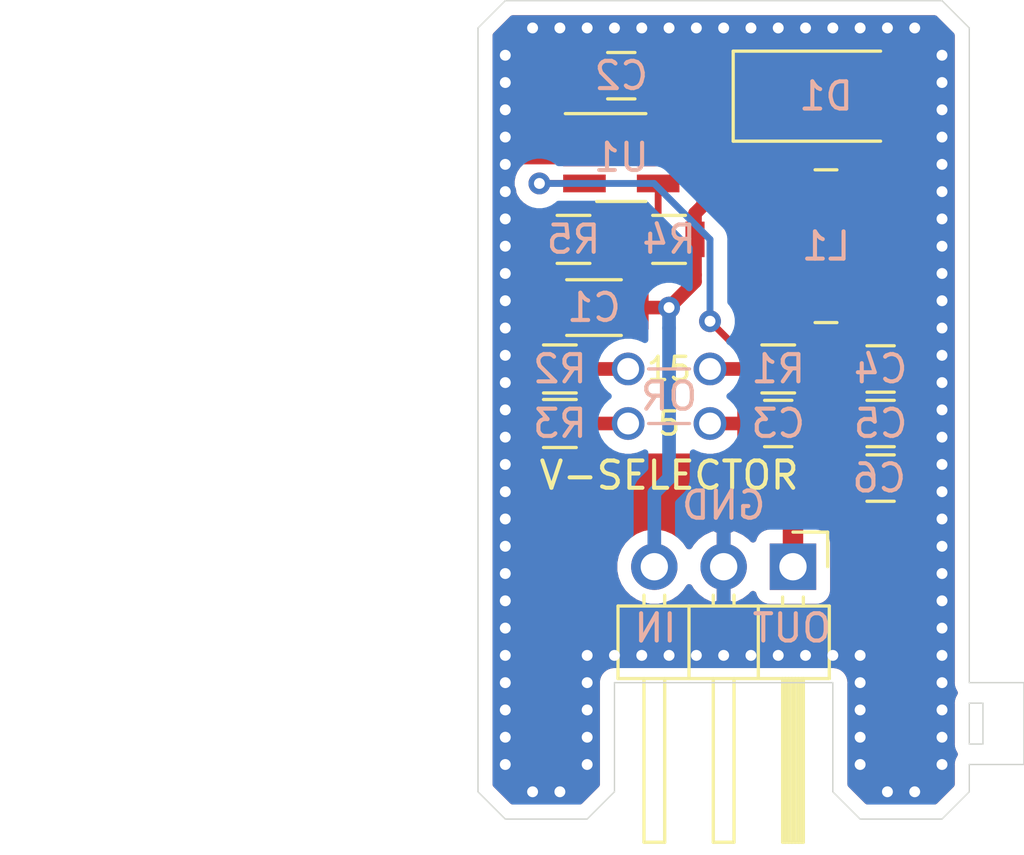
<source format=kicad_pcb>
(kicad_pcb (version 20171130) (host pcbnew "(5.1.7)-1")

  (general
    (thickness 1.6)
    (drawings 31)
    (tracks 155)
    (zones 0)
    (modules 17)
    (nets 10)
  )

  (page A4)
  (layers
    (0 F.Cu signal)
    (31 B.Cu signal)
    (32 B.Adhes user)
    (33 F.Adhes user)
    (34 B.Paste user)
    (35 F.Paste user)
    (36 B.SilkS user)
    (37 F.SilkS user)
    (38 B.Mask user)
    (39 F.Mask user)
    (40 Dwgs.User user hide)
    (41 Cmts.User user hide)
    (42 Eco1.User user hide)
    (43 Eco2.User user hide)
    (44 Edge.Cuts user)
    (45 Margin user)
    (46 B.CrtYd user)
    (47 F.CrtYd user)
    (48 B.Fab user hide)
    (49 F.Fab user hide)
  )

  (setup
    (last_trace_width 0.25)
    (user_trace_width 0.4)
    (user_trace_width 0.5)
    (user_trace_width 0.75)
    (user_trace_width 1)
    (user_trace_width 1.5)
    (trace_clearance 0.2)
    (zone_clearance 0.508)
    (zone_45_only yes)
    (trace_min 0.2)
    (via_size 0.8)
    (via_drill 0.4)
    (via_min_size 0.4)
    (via_min_drill 0.3)
    (uvia_size 0.3)
    (uvia_drill 0.1)
    (uvias_allowed no)
    (uvia_min_size 0.2)
    (uvia_min_drill 0.1)
    (edge_width 0.05)
    (segment_width 0.2)
    (pcb_text_width 0.3)
    (pcb_text_size 1.5 1.5)
    (mod_edge_width 0.12)
    (mod_text_size 1 1)
    (mod_text_width 0.15)
    (pad_size 1.2 1.2)
    (pad_drill 0.8001)
    (pad_to_mask_clearance 0)
    (aux_axis_origin 148.6 104)
    (visible_elements 7FFFFF7F)
    (pcbplotparams
      (layerselection 0x010fc_ffffffff)
      (usegerberextensions true)
      (usegerberattributes false)
      (usegerberadvancedattributes false)
      (creategerberjobfile false)
      (excludeedgelayer true)
      (linewidth 0.100000)
      (plotframeref false)
      (viasonmask false)
      (mode 1)
      (useauxorigin false)
      (hpglpennumber 1)
      (hpglpenspeed 20)
      (hpglpendiameter 15.000000)
      (psnegative false)
      (psa4output false)
      (plotreference true)
      (plotvalue false)
      (plotinvisibletext false)
      (padsonsilk false)
      (subtractmaskfromsilk true)
      (outputformat 1)
      (mirror false)
      (drillshape 0)
      (scaleselection 1)
      (outputdirectory "gerber"))
  )

  (net 0 "")
  (net 1 GND)
  (net 2 "Net-(C2-Pad1)")
  (net 3 "Net-(C2-Pad2)")
  (net 4 FB)
  (net 5 +35V)
  (net 6 +5V|+15V)
  (net 7 "Net-(JP1-Pad2)")
  (net 8 "Net-(JP2-Pad2)")
  (net 9 EN)

  (net_class Default "This is the default net class."
    (clearance 0.2)
    (trace_width 0.25)
    (via_dia 0.8)
    (via_drill 0.4)
    (uvia_dia 0.3)
    (uvia_drill 0.1)
    (add_net +35V)
    (add_net +5V|+15V)
    (add_net EN)
    (add_net FB)
    (add_net GND)
    (add_net "Net-(C2-Pad1)")
    (add_net "Net-(C2-Pad2)")
    (add_net "Net-(JP1-Pad2)")
    (add_net "Net-(JP2-Pad2)")
  )

  (module Resistors_SMD:R_0805 (layer F.Cu) (tedit 58E0A804) (tstamp 619FD534)
    (at 17 13.75 180)
    (descr "Resistor SMD 0805, reflow soldering, Vishay (see dcrcw.pdf)")
    (tags "resistor 0805")
    (path /619FED4D)
    (attr smd)
    (fp_text reference R5 (at 0 0) (layer B.SilkS)
      (effects (font (size 1 1) (thickness 0.15)) (justify mirror))
    )
    (fp_text value 10k (at 0 1.75) (layer F.Fab)
      (effects (font (size 1 1) (thickness 0.15)))
    )
    (fp_line (start -1 0.62) (end -1 -0.62) (layer F.Fab) (width 0.1))
    (fp_line (start 1 0.62) (end -1 0.62) (layer F.Fab) (width 0.1))
    (fp_line (start 1 -0.62) (end 1 0.62) (layer F.Fab) (width 0.1))
    (fp_line (start -1 -0.62) (end 1 -0.62) (layer F.Fab) (width 0.1))
    (fp_line (start 0.6 0.88) (end -0.6 0.88) (layer F.SilkS) (width 0.12))
    (fp_line (start -0.6 -0.88) (end 0.6 -0.88) (layer F.SilkS) (width 0.12))
    (fp_line (start -1.55 -0.9) (end 1.55 -0.9) (layer F.CrtYd) (width 0.05))
    (fp_line (start -1.55 -0.9) (end -1.55 0.9) (layer F.CrtYd) (width 0.05))
    (fp_line (start 1.55 0.9) (end 1.55 -0.9) (layer F.CrtYd) (width 0.05))
    (fp_line (start 1.55 0.9) (end -1.55 0.9) (layer F.CrtYd) (width 0.05))
    (fp_text user %R (at 0 0) (layer F.Fab)
      (effects (font (size 0.5 0.5) (thickness 0.075)))
    )
    (pad 1 smd rect (at -0.95 0 180) (size 0.7 1.3) (layers F.Cu F.Paste F.Mask)
      (net 9 EN))
    (pad 2 smd rect (at 0.95 0 180) (size 0.7 1.3) (layers F.Cu F.Paste F.Mask)
      (net 1 GND))
    (model ${KISYS3DMOD}/Resistors_SMD.3dshapes/R_0805.wrl
      (at (xyz 0 0 0))
      (scale (xyz 1 1 1))
      (rotate (xyz 0 0 0))
    )
  )

  (module Resistors_SMD:R_0805 (layer F.Cu) (tedit 58E0A804) (tstamp 619FD531)
    (at 20.5 13.75 180)
    (descr "Resistor SMD 0805, reflow soldering, Vishay (see dcrcw.pdf)")
    (tags "resistor 0805")
    (path /619FDFA7)
    (attr smd)
    (fp_text reference R4 (at 0 0) (layer B.SilkS)
      (effects (font (size 1 1) (thickness 0.15)) (justify mirror))
    )
    (fp_text value 100k (at 0 1.75) (layer F.Fab)
      (effects (font (size 1 1) (thickness 0.15)))
    )
    (fp_line (start -1 0.62) (end -1 -0.62) (layer F.Fab) (width 0.1))
    (fp_line (start 1 0.62) (end -1 0.62) (layer F.Fab) (width 0.1))
    (fp_line (start 1 -0.62) (end 1 0.62) (layer F.Fab) (width 0.1))
    (fp_line (start -1 -0.62) (end 1 -0.62) (layer F.Fab) (width 0.1))
    (fp_line (start 0.6 0.88) (end -0.6 0.88) (layer F.SilkS) (width 0.12))
    (fp_line (start -0.6 -0.88) (end 0.6 -0.88) (layer F.SilkS) (width 0.12))
    (fp_line (start -1.55 -0.9) (end 1.55 -0.9) (layer F.CrtYd) (width 0.05))
    (fp_line (start -1.55 -0.9) (end -1.55 0.9) (layer F.CrtYd) (width 0.05))
    (fp_line (start 1.55 0.9) (end 1.55 -0.9) (layer F.CrtYd) (width 0.05))
    (fp_line (start 1.55 0.9) (end -1.55 0.9) (layer F.CrtYd) (width 0.05))
    (fp_text user %R (at 0 0) (layer F.Fab)
      (effects (font (size 0.5 0.5) (thickness 0.075)))
    )
    (pad 1 smd rect (at -0.95 0 180) (size 0.7 1.3) (layers F.Cu F.Paste F.Mask)
      (net 5 +35V))
    (pad 2 smd rect (at 0.95 0 180) (size 0.7 1.3) (layers F.Cu F.Paste F.Mask)
      (net 9 EN))
    (model ${KISYS3DMOD}/Resistors_SMD.3dshapes/R_0805.wrl
      (at (xyz 0 0 0))
      (scale (xyz 1 1 1))
      (rotate (xyz 0 0 0))
    )
  )

  (module Wire_Connections_Bridges:WireConnection_0.80mmDrill_ThinPad (layer F.Cu) (tedit 619039DC) (tstamp 619053A6)
    (at 10.25 27.25 180)
    (descr "WireConnection with thin pad and 0.8mm drill")
    (path /61932978)
    (fp_text reference JP2 (at 4.8514 0.2032) (layer F.SilkS) hide
      (effects (font (size 1 1) (thickness 0.15)))
    )
    (fp_text value +5V (at 5.08 3.81) (layer F.Fab)
      (effects (font (size 1 1) (thickness 0.15)))
    )
    (fp_line (start -2.1336 -5.1816) (end -2.1336 -3.6322) (layer Cmts.User) (width 0.381))
    (fp_line (start -2.6162 -4.1148) (end -2.1336 -5.1816) (layer Cmts.User) (width 0.381))
    (fp_line (start -3.0988 -5.2578) (end -2.6162 -4.1148) (layer Cmts.User) (width 0.381))
    (fp_line (start -3.0988 -3.6322) (end -3.0988 -5.2578) (layer Cmts.User) (width 0.381))
    (fp_line (start -1.1176 -4.7244) (end -1.4478 -4.4704) (layer Cmts.User) (width 0.381))
    (fp_line (start -0.8382 -4.6482) (end -1.1176 -4.7244) (layer Cmts.User) (width 0.381))
    (fp_line (start -0.6604 -4.445) (end -0.8382 -4.6482) (layer Cmts.User) (width 0.381))
    (fp_line (start -0.6604 -3.9878) (end -0.6604 -4.445) (layer Cmts.User) (width 0.381))
    (fp_line (start -0.762 -3.7846) (end -0.6604 -3.9878) (layer Cmts.User) (width 0.381))
    (fp_line (start -1.0414 -3.6576) (end -0.762 -3.7846) (layer Cmts.User) (width 0.381))
    (fp_line (start -1.27 -3.7084) (end -1.0414 -3.6576) (layer Cmts.User) (width 0.381))
    (fp_line (start -1.4732 -3.9116) (end -1.27 -3.7084) (layer Cmts.User) (width 0.381))
    (fp_line (start -1.4732 -4.3942) (end -1.4732 -3.9116) (layer Cmts.User) (width 0.381))
    (fp_line (start 0.5842 -4.6736) (end 0.5588 -4.6736) (layer Cmts.User) (width 0.381))
    (fp_line (start 0.3048 -3.6576) (end 0.5842 -4.6736) (layer Cmts.User) (width 0.381))
    (fp_line (start -0.1524 -4.7244) (end 0.3048 -3.6576) (layer Cmts.User) (width 0.381))
    (fp_line (start 1.8034 -4.318) (end 1.1684 -4.2418) (layer Cmts.User) (width 0.381))
    (fp_line (start 1.8034 -4.5212) (end 1.8034 -4.318) (layer Cmts.User) (width 0.381))
    (fp_line (start 1.651 -4.6482) (end 1.8034 -4.5212) (layer Cmts.User) (width 0.381))
    (fp_line (start 1.3716 -4.6736) (end 1.651 -4.6482) (layer Cmts.User) (width 0.381))
    (fp_line (start 1.1684 -4.572) (end 1.3716 -4.6736) (layer Cmts.User) (width 0.381))
    (fp_line (start 1.0414 -4.318) (end 1.1684 -4.572) (layer Cmts.User) (width 0.381))
    (fp_line (start 1.1176 -3.9116) (end 1.0414 -4.318) (layer Cmts.User) (width 0.381))
    (fp_line (start 1.27 -3.7592) (end 1.1176 -3.9116) (layer Cmts.User) (width 0.381))
    (fp_line (start 1.524 -3.6576) (end 1.27 -3.7592) (layer Cmts.User) (width 0.381))
    (fp_line (start 1.778 -3.7592) (end 1.524 -3.6576) (layer Cmts.User) (width 0.381))
    (fp_line (start 4.0894 -4.445) (end 3.6322 -4.445) (layer Cmts.User) (width 0.381))
    (fp_line (start 4.3688 -4.3942) (end 4.0894 -4.445) (layer Cmts.User) (width 0.381))
    (fp_line (start 4.4958 -4.5974) (end 4.3688 -4.3942) (layer Cmts.User) (width 0.381))
    (fp_line (start 4.4958 -4.8768) (end 4.4958 -4.5974) (layer Cmts.User) (width 0.381))
    (fp_line (start 4.3688 -5.1308) (end 4.4958 -4.8768) (layer Cmts.User) (width 0.381))
    (fp_line (start 4.0894 -5.2578) (end 4.3688 -5.1308) (layer Cmts.User) (width 0.381))
    (fp_line (start 3.6322 -5.2578) (end 4.0894 -5.2578) (layer Cmts.User) (width 0.381))
    (fp_line (start 3.6068 -3.6576) (end 3.6322 -5.2578) (layer Cmts.User) (width 0.381))
    (fp_line (start 5.7912 -4.4704) (end 5.842 -3.6322) (layer Cmts.User) (width 0.381))
    (fp_line (start 5.6388 -4.6482) (end 5.7912 -4.4704) (layer Cmts.User) (width 0.381))
    (fp_line (start 5.3848 -4.7244) (end 5.6388 -4.6482) (layer Cmts.User) (width 0.381))
    (fp_line (start 5.1054 -4.572) (end 5.3848 -4.7244) (layer Cmts.User) (width 0.381))
    (fp_line (start 5.1308 -4.191) (end 5.842 -4.2418) (layer Cmts.User) (width 0.381))
    (fp_line (start 5.1054 -3.9116) (end 5.1308 -4.191) (layer Cmts.User) (width 0.381))
    (fp_line (start 5.2578 -3.7084) (end 5.1054 -3.9116) (layer Cmts.User) (width 0.381))
    (fp_line (start 5.715 -3.6576) (end 5.2578 -3.7084) (layer Cmts.User) (width 0.381))
    (fp_line (start 7.2136 -5.207) (end 7.2136 -3.6576) (layer Cmts.User) (width 0.381))
    (fp_line (start 6.6802 -4.6736) (end 7.0104 -4.7244) (layer Cmts.User) (width 0.381))
    (fp_line (start 6.477 -4.4704) (end 6.6802 -4.6736) (layer Cmts.User) (width 0.381))
    (fp_line (start 6.477 -4.1656) (end 6.477 -4.4704) (layer Cmts.User) (width 0.381))
    (fp_line (start 6.604 -3.8354) (end 6.477 -4.1656) (layer Cmts.User) (width 0.381))
    (fp_line (start 6.8072 -3.7592) (end 6.604 -3.8354) (layer Cmts.User) (width 0.381))
    (fp_line (start 7.1628 -3.6576) (end 6.8072 -3.7592) (layer Cmts.User) (width 0.381))
    (fp_line (start 8.2804 -3.6576) (end 7.8994 -3.7084) (layer Cmts.User) (width 0.381))
    (fp_line (start 8.4836 -3.8354) (end 8.2804 -3.6576) (layer Cmts.User) (width 0.381))
    (fp_line (start 8.4328 -4.1148) (end 8.4836 -3.8354) (layer Cmts.User) (width 0.381))
    (fp_line (start 8.1788 -4.191) (end 8.4328 -4.1148) (layer Cmts.User) (width 0.381))
    (fp_line (start 7.8994 -4.2672) (end 8.1788 -4.191) (layer Cmts.User) (width 0.381))
    (fp_line (start 7.874 -4.445) (end 7.8994 -4.2672) (layer Cmts.User) (width 0.381))
    (fp_line (start 8.0264 -4.6736) (end 7.874 -4.445) (layer Cmts.User) (width 0.381))
    (fp_line (start 8.3058 -4.6736) (end 8.0264 -4.6736) (layer Cmts.User) (width 0.381))
    (fp_line (start 8.4328 -4.5974) (end 8.3058 -4.6736) (layer Cmts.User) (width 0.381))
    (fp_line (start 10.3886 -5.08) (end 10.3378 -3.7084) (layer Cmts.User) (width 0.381))
    (fp_line (start 10.541 -5.207) (end 10.3886 -5.08) (layer Cmts.User) (width 0.381))
    (fp_line (start 10.7188 -5.207) (end 10.541 -5.207) (layer Cmts.User) (width 0.381))
    (fp_line (start 9.9822 -4.6736) (end 10.668 -4.7244) (layer Cmts.User) (width 0.381))
    (fp_line (start 11.2014 -4.7244) (end 11.2014 -3.6576) (layer Cmts.User) (width 0.381))
    (fp_line (start 11.6078 -4.6736) (end 11.6332 -4.6736) (layer Cmts.User) (width 0.381))
    (fp_line (start 11.2268 -4.5212) (end 11.6078 -4.6736) (layer Cmts.User) (width 0.381))
    (fp_line (start 12.7762 -4.2672) (end 12.1412 -4.2418) (layer Cmts.User) (width 0.381))
    (fp_line (start 12.7508 -4.572) (end 12.7762 -4.2672) (layer Cmts.User) (width 0.381))
    (fp_line (start 12.573 -4.6482) (end 12.7508 -4.572) (layer Cmts.User) (width 0.381))
    (fp_line (start 12.2936 -4.6482) (end 12.573 -4.6482) (layer Cmts.User) (width 0.381))
    (fp_line (start 12.1412 -4.572) (end 12.2936 -4.6482) (layer Cmts.User) (width 0.381))
    (fp_line (start 12.0396 -4.2418) (end 12.1412 -4.572) (layer Cmts.User) (width 0.381))
    (fp_line (start 12.0396 -3.8608) (end 12.0396 -4.2418) (layer Cmts.User) (width 0.381))
    (fp_line (start 12.2174 -3.7084) (end 12.0396 -3.8608) (layer Cmts.User) (width 0.381))
    (fp_line (start 12.4206 -3.7084) (end 12.2174 -3.7084) (layer Cmts.User) (width 0.381))
    (fp_line (start 12.7508 -3.7084) (end 12.4206 -3.7084) (layer Cmts.User) (width 0.381))
    (fp_line (start 13.4366 -4.191) (end 13.4366 -4.2418) (layer Cmts.User) (width 0.381))
    (fp_line (start 14.0462 -4.318) (end 13.4366 -4.191) (layer Cmts.User) (width 0.381))
    (fp_line (start 13.9954 -4.6736) (end 14.0462 -4.318) (layer Cmts.User) (width 0.381))
    (fp_line (start 13.7668 -4.7244) (end 13.9954 -4.6736) (layer Cmts.User) (width 0.381))
    (fp_line (start 13.462 -4.6482) (end 13.7668 -4.7244) (layer Cmts.User) (width 0.381))
    (fp_line (start 13.3604 -4.572) (end 13.462 -4.6482) (layer Cmts.User) (width 0.381))
    (fp_line (start 13.3604 -4.1148) (end 13.3604 -4.572) (layer Cmts.User) (width 0.381))
    (fp_line (start 13.4366 -3.7592) (end 13.3604 -4.1148) (layer Cmts.User) (width 0.381))
    (fp_line (start 13.6398 -3.6576) (end 13.4366 -3.7592) (layer Cmts.User) (width 0.381))
    (fp_line (start 13.8684 -3.6576) (end 13.6398 -3.6576) (layer Cmts.User) (width 0.381))
    (fp_line (start 14.0716 -3.7592) (end 13.8684 -3.6576) (layer Cmts.User) (width 0.381))
    (pad 1 thru_hole circle (at -11.75 6.75 180) (size 1.2 1.2) (drill 0.8001) (layers *.Cu *.Mask)
      (net 4 FB))
    (pad 2 thru_hole circle (at -8.75 6.75 180) (size 1.2 1.2) (drill 0.8001) (layers *.Cu *.Mask)
      (net 8 "Net-(JP2-Pad2)"))
  )

  (module Wire_Connections_Bridges:WireConnection_0.80mmDrill_ThinPad (layer F.Cu) (tedit 619039E8) (tstamp 619053A3)
    (at 11.25 19 180)
    (descr "WireConnection with thin pad and 0.8mm drill")
    (path /619306CB)
    (fp_text reference JP1 (at 4.8514 0.2032) (layer F.SilkS) hide
      (effects (font (size 1 1) (thickness 0.15)))
    )
    (fp_text value +15V (at 5.08 3.81) (layer F.Fab)
      (effects (font (size 1 1) (thickness 0.15)))
    )
    (fp_line (start -2.1336 -5.1816) (end -2.1336 -3.6322) (layer Cmts.User) (width 0.381))
    (fp_line (start -2.6162 -4.1148) (end -2.1336 -5.1816) (layer Cmts.User) (width 0.381))
    (fp_line (start -3.0988 -5.2578) (end -2.6162 -4.1148) (layer Cmts.User) (width 0.381))
    (fp_line (start -3.0988 -3.6322) (end -3.0988 -5.2578) (layer Cmts.User) (width 0.381))
    (fp_line (start -1.1176 -4.7244) (end -1.4478 -4.4704) (layer Cmts.User) (width 0.381))
    (fp_line (start -0.8382 -4.6482) (end -1.1176 -4.7244) (layer Cmts.User) (width 0.381))
    (fp_line (start -0.6604 -4.445) (end -0.8382 -4.6482) (layer Cmts.User) (width 0.381))
    (fp_line (start -0.6604 -3.9878) (end -0.6604 -4.445) (layer Cmts.User) (width 0.381))
    (fp_line (start -0.762 -3.7846) (end -0.6604 -3.9878) (layer Cmts.User) (width 0.381))
    (fp_line (start -1.0414 -3.6576) (end -0.762 -3.7846) (layer Cmts.User) (width 0.381))
    (fp_line (start -1.27 -3.7084) (end -1.0414 -3.6576) (layer Cmts.User) (width 0.381))
    (fp_line (start -1.4732 -3.9116) (end -1.27 -3.7084) (layer Cmts.User) (width 0.381))
    (fp_line (start -1.4732 -4.3942) (end -1.4732 -3.9116) (layer Cmts.User) (width 0.381))
    (fp_line (start 0.5842 -4.6736) (end 0.5588 -4.6736) (layer Cmts.User) (width 0.381))
    (fp_line (start 0.3048 -3.6576) (end 0.5842 -4.6736) (layer Cmts.User) (width 0.381))
    (fp_line (start -0.1524 -4.7244) (end 0.3048 -3.6576) (layer Cmts.User) (width 0.381))
    (fp_line (start 1.8034 -4.318) (end 1.1684 -4.2418) (layer Cmts.User) (width 0.381))
    (fp_line (start 1.8034 -4.5212) (end 1.8034 -4.318) (layer Cmts.User) (width 0.381))
    (fp_line (start 1.651 -4.6482) (end 1.8034 -4.5212) (layer Cmts.User) (width 0.381))
    (fp_line (start 1.3716 -4.6736) (end 1.651 -4.6482) (layer Cmts.User) (width 0.381))
    (fp_line (start 1.1684 -4.572) (end 1.3716 -4.6736) (layer Cmts.User) (width 0.381))
    (fp_line (start 1.0414 -4.318) (end 1.1684 -4.572) (layer Cmts.User) (width 0.381))
    (fp_line (start 1.1176 -3.9116) (end 1.0414 -4.318) (layer Cmts.User) (width 0.381))
    (fp_line (start 1.27 -3.7592) (end 1.1176 -3.9116) (layer Cmts.User) (width 0.381))
    (fp_line (start 1.524 -3.6576) (end 1.27 -3.7592) (layer Cmts.User) (width 0.381))
    (fp_line (start 1.778 -3.7592) (end 1.524 -3.6576) (layer Cmts.User) (width 0.381))
    (fp_line (start 4.0894 -4.445) (end 3.6322 -4.445) (layer Cmts.User) (width 0.381))
    (fp_line (start 4.3688 -4.3942) (end 4.0894 -4.445) (layer Cmts.User) (width 0.381))
    (fp_line (start 4.4958 -4.5974) (end 4.3688 -4.3942) (layer Cmts.User) (width 0.381))
    (fp_line (start 4.4958 -4.8768) (end 4.4958 -4.5974) (layer Cmts.User) (width 0.381))
    (fp_line (start 4.3688 -5.1308) (end 4.4958 -4.8768) (layer Cmts.User) (width 0.381))
    (fp_line (start 4.0894 -5.2578) (end 4.3688 -5.1308) (layer Cmts.User) (width 0.381))
    (fp_line (start 3.6322 -5.2578) (end 4.0894 -5.2578) (layer Cmts.User) (width 0.381))
    (fp_line (start 3.6068 -3.6576) (end 3.6322 -5.2578) (layer Cmts.User) (width 0.381))
    (fp_line (start 5.7912 -4.4704) (end 5.842 -3.6322) (layer Cmts.User) (width 0.381))
    (fp_line (start 5.6388 -4.6482) (end 5.7912 -4.4704) (layer Cmts.User) (width 0.381))
    (fp_line (start 5.3848 -4.7244) (end 5.6388 -4.6482) (layer Cmts.User) (width 0.381))
    (fp_line (start 5.1054 -4.572) (end 5.3848 -4.7244) (layer Cmts.User) (width 0.381))
    (fp_line (start 5.1308 -4.191) (end 5.842 -4.2418) (layer Cmts.User) (width 0.381))
    (fp_line (start 5.1054 -3.9116) (end 5.1308 -4.191) (layer Cmts.User) (width 0.381))
    (fp_line (start 5.2578 -3.7084) (end 5.1054 -3.9116) (layer Cmts.User) (width 0.381))
    (fp_line (start 5.715 -3.6576) (end 5.2578 -3.7084) (layer Cmts.User) (width 0.381))
    (fp_line (start 7.2136 -5.207) (end 7.2136 -3.6576) (layer Cmts.User) (width 0.381))
    (fp_line (start 6.6802 -4.6736) (end 7.0104 -4.7244) (layer Cmts.User) (width 0.381))
    (fp_line (start 6.477 -4.4704) (end 6.6802 -4.6736) (layer Cmts.User) (width 0.381))
    (fp_line (start 6.477 -4.1656) (end 6.477 -4.4704) (layer Cmts.User) (width 0.381))
    (fp_line (start 6.604 -3.8354) (end 6.477 -4.1656) (layer Cmts.User) (width 0.381))
    (fp_line (start 6.8072 -3.7592) (end 6.604 -3.8354) (layer Cmts.User) (width 0.381))
    (fp_line (start 7.1628 -3.6576) (end 6.8072 -3.7592) (layer Cmts.User) (width 0.381))
    (fp_line (start 8.2804 -3.6576) (end 7.8994 -3.7084) (layer Cmts.User) (width 0.381))
    (fp_line (start 8.4836 -3.8354) (end 8.2804 -3.6576) (layer Cmts.User) (width 0.381))
    (fp_line (start 8.4328 -4.1148) (end 8.4836 -3.8354) (layer Cmts.User) (width 0.381))
    (fp_line (start 8.1788 -4.191) (end 8.4328 -4.1148) (layer Cmts.User) (width 0.381))
    (fp_line (start 7.8994 -4.2672) (end 8.1788 -4.191) (layer Cmts.User) (width 0.381))
    (fp_line (start 7.874 -4.445) (end 7.8994 -4.2672) (layer Cmts.User) (width 0.381))
    (fp_line (start 8.0264 -4.6736) (end 7.874 -4.445) (layer Cmts.User) (width 0.381))
    (fp_line (start 8.3058 -4.6736) (end 8.0264 -4.6736) (layer Cmts.User) (width 0.381))
    (fp_line (start 8.4328 -4.5974) (end 8.3058 -4.6736) (layer Cmts.User) (width 0.381))
    (fp_line (start 10.3886 -5.08) (end 10.3378 -3.7084) (layer Cmts.User) (width 0.381))
    (fp_line (start 10.541 -5.207) (end 10.3886 -5.08) (layer Cmts.User) (width 0.381))
    (fp_line (start 10.7188 -5.207) (end 10.541 -5.207) (layer Cmts.User) (width 0.381))
    (fp_line (start 9.9822 -4.6736) (end 10.668 -4.7244) (layer Cmts.User) (width 0.381))
    (fp_line (start 11.2014 -4.7244) (end 11.2014 -3.6576) (layer Cmts.User) (width 0.381))
    (fp_line (start 11.6078 -4.6736) (end 11.6332 -4.6736) (layer Cmts.User) (width 0.381))
    (fp_line (start 11.2268 -4.5212) (end 11.6078 -4.6736) (layer Cmts.User) (width 0.381))
    (fp_line (start 12.7762 -4.2672) (end 12.1412 -4.2418) (layer Cmts.User) (width 0.381))
    (fp_line (start 12.7508 -4.572) (end 12.7762 -4.2672) (layer Cmts.User) (width 0.381))
    (fp_line (start 12.573 -4.6482) (end 12.7508 -4.572) (layer Cmts.User) (width 0.381))
    (fp_line (start 12.2936 -4.6482) (end 12.573 -4.6482) (layer Cmts.User) (width 0.381))
    (fp_line (start 12.1412 -4.572) (end 12.2936 -4.6482) (layer Cmts.User) (width 0.381))
    (fp_line (start 12.0396 -4.2418) (end 12.1412 -4.572) (layer Cmts.User) (width 0.381))
    (fp_line (start 12.0396 -3.8608) (end 12.0396 -4.2418) (layer Cmts.User) (width 0.381))
    (fp_line (start 12.2174 -3.7084) (end 12.0396 -3.8608) (layer Cmts.User) (width 0.381))
    (fp_line (start 12.4206 -3.7084) (end 12.2174 -3.7084) (layer Cmts.User) (width 0.381))
    (fp_line (start 12.7508 -3.7084) (end 12.4206 -3.7084) (layer Cmts.User) (width 0.381))
    (fp_line (start 13.4366 -4.191) (end 13.4366 -4.2418) (layer Cmts.User) (width 0.381))
    (fp_line (start 14.0462 -4.318) (end 13.4366 -4.191) (layer Cmts.User) (width 0.381))
    (fp_line (start 13.9954 -4.6736) (end 14.0462 -4.318) (layer Cmts.User) (width 0.381))
    (fp_line (start 13.7668 -4.7244) (end 13.9954 -4.6736) (layer Cmts.User) (width 0.381))
    (fp_line (start 13.462 -4.6482) (end 13.7668 -4.7244) (layer Cmts.User) (width 0.381))
    (fp_line (start 13.3604 -4.572) (end 13.462 -4.6482) (layer Cmts.User) (width 0.381))
    (fp_line (start 13.3604 -4.1148) (end 13.3604 -4.572) (layer Cmts.User) (width 0.381))
    (fp_line (start 13.4366 -3.7592) (end 13.3604 -4.1148) (layer Cmts.User) (width 0.381))
    (fp_line (start 13.6398 -3.6576) (end 13.4366 -3.7592) (layer Cmts.User) (width 0.381))
    (fp_line (start 13.8684 -3.6576) (end 13.6398 -3.6576) (layer Cmts.User) (width 0.381))
    (fp_line (start 14.0716 -3.7592) (end 13.8684 -3.6576) (layer Cmts.User) (width 0.381))
    (pad 1 thru_hole circle (at -10.75 0.5 180) (size 1.2 1.2) (drill 0.8001) (layers *.Cu *.Mask)
      (net 4 FB))
    (pad 2 thru_hole circle (at -7.75 0.5 180) (size 1.2 1.2) (drill 0.8001) (layers *.Cu *.Mask)
      (net 7 "Net-(JP1-Pad2)"))
  )

  (module Capacitors_SMD:C_0805 (layer F.Cu) (tedit 58AA8463) (tstamp 61904DBA)
    (at 24.5 20.5 180)
    (descr "Capacitor SMD 0805, reflow soldering, AVX (see smccp.pdf)")
    (tags "capacitor 0805")
    (path /6191BA6C)
    (attr smd)
    (fp_text reference C3 (at 0 0) (layer B.SilkS)
      (effects (font (size 1 1) (thickness 0.15)) (justify mirror))
    )
    (fp_text value 33pF (at 0 1.75) (layer F.Fab)
      (effects (font (size 1 1) (thickness 0.15)))
    )
    (fp_line (start 1.75 0.87) (end -1.75 0.87) (layer F.CrtYd) (width 0.05))
    (fp_line (start 1.75 0.87) (end 1.75 -0.88) (layer F.CrtYd) (width 0.05))
    (fp_line (start -1.75 -0.88) (end -1.75 0.87) (layer F.CrtYd) (width 0.05))
    (fp_line (start -1.75 -0.88) (end 1.75 -0.88) (layer F.CrtYd) (width 0.05))
    (fp_line (start -0.5 0.85) (end 0.5 0.85) (layer F.SilkS) (width 0.12))
    (fp_line (start 0.5 -0.85) (end -0.5 -0.85) (layer F.SilkS) (width 0.12))
    (fp_line (start -1 -0.62) (end 1 -0.62) (layer F.Fab) (width 0.1))
    (fp_line (start 1 -0.62) (end 1 0.62) (layer F.Fab) (width 0.1))
    (fp_line (start 1 0.62) (end -1 0.62) (layer F.Fab) (width 0.1))
    (fp_line (start -1 0.62) (end -1 -0.62) (layer F.Fab) (width 0.1))
    (fp_text user %R (at 0 -1.5) (layer F.Fab)
      (effects (font (size 1 1) (thickness 0.15)))
    )
    (pad 1 smd rect (at -1 0 180) (size 1 1.25) (layers F.Cu F.Paste F.Mask)
      (net 6 +5V|+15V))
    (pad 2 smd rect (at 1 0 180) (size 1 1.25) (layers F.Cu F.Paste F.Mask)
      (net 4 FB))
    (model Capacitors_SMD.3dshapes/C_0805.wrl
      (at (xyz 0 0 0))
      (scale (xyz 1 1 1))
      (rotate (xyz 0 0 0))
    )
  )

  (module Resistors_SMD:R_0805 (layer F.Cu) (tedit 58E0A804) (tstamp 61904A1C)
    (at 24.5 18.5 180)
    (descr "Resistor SMD 0805, reflow soldering, Vishay (see dcrcw.pdf)")
    (tags "resistor 0805")
    (path /61383DEA)
    (attr smd)
    (fp_text reference R1 (at 0 0) (layer B.SilkS)
      (effects (font (size 1 1) (thickness 0.15)) (justify mirror))
    )
    (fp_text value 120k (at 0 1.75) (layer F.Fab)
      (effects (font (size 1 1) (thickness 0.15)))
    )
    (fp_line (start 1.55 0.9) (end -1.55 0.9) (layer F.CrtYd) (width 0.05))
    (fp_line (start 1.55 0.9) (end 1.55 -0.9) (layer F.CrtYd) (width 0.05))
    (fp_line (start -1.55 -0.9) (end -1.55 0.9) (layer F.CrtYd) (width 0.05))
    (fp_line (start -1.55 -0.9) (end 1.55 -0.9) (layer F.CrtYd) (width 0.05))
    (fp_line (start -0.6 -0.88) (end 0.6 -0.88) (layer F.SilkS) (width 0.12))
    (fp_line (start 0.6 0.88) (end -0.6 0.88) (layer F.SilkS) (width 0.12))
    (fp_line (start -1 -0.62) (end 1 -0.62) (layer F.Fab) (width 0.1))
    (fp_line (start 1 -0.62) (end 1 0.62) (layer F.Fab) (width 0.1))
    (fp_line (start 1 0.62) (end -1 0.62) (layer F.Fab) (width 0.1))
    (fp_line (start -1 0.62) (end -1 -0.62) (layer F.Fab) (width 0.1))
    (fp_text user %R (at 0 0) (layer F.Fab)
      (effects (font (size 0.5 0.5) (thickness 0.075)))
    )
    (pad 1 smd rect (at -0.95 0 180) (size 0.7 1.3) (layers F.Cu F.Paste F.Mask)
      (net 6 +5V|+15V))
    (pad 2 smd rect (at 0.95 0 180) (size 0.7 1.3) (layers F.Cu F.Paste F.Mask)
      (net 4 FB))
    (model ${KISYS3DMOD}/Resistors_SMD.3dshapes/R_0805.wrl
      (at (xyz 0 0 0))
      (scale (xyz 1 1 1))
      (rotate (xyz 0 0 0))
    )
  )

  (module Resistors_SMD:R_0805 (layer F.Cu) (tedit 58E0A804) (tstamp 61904582)
    (at 16.5 18.5 180)
    (descr "Resistor SMD 0805, reflow soldering, Vishay (see dcrcw.pdf)")
    (tags "resistor 0805")
    (path /61386C5D)
    (attr smd)
    (fp_text reference R2 (at 0 0) (layer B.SilkS)
      (effects (font (size 1 1) (thickness 0.15)) (justify mirror))
    )
    (fp_text value 6.8k (at 0 1.75) (layer F.Fab)
      (effects (font (size 1 1) (thickness 0.15)))
    )
    (fp_line (start 1.55 0.9) (end -1.55 0.9) (layer F.CrtYd) (width 0.05))
    (fp_line (start 1.55 0.9) (end 1.55 -0.9) (layer F.CrtYd) (width 0.05))
    (fp_line (start -1.55 -0.9) (end -1.55 0.9) (layer F.CrtYd) (width 0.05))
    (fp_line (start -1.55 -0.9) (end 1.55 -0.9) (layer F.CrtYd) (width 0.05))
    (fp_line (start -0.6 -0.88) (end 0.6 -0.88) (layer F.SilkS) (width 0.12))
    (fp_line (start 0.6 0.88) (end -0.6 0.88) (layer F.SilkS) (width 0.12))
    (fp_line (start -1 -0.62) (end 1 -0.62) (layer F.Fab) (width 0.1))
    (fp_line (start 1 -0.62) (end 1 0.62) (layer F.Fab) (width 0.1))
    (fp_line (start 1 0.62) (end -1 0.62) (layer F.Fab) (width 0.1))
    (fp_line (start -1 0.62) (end -1 -0.62) (layer F.Fab) (width 0.1))
    (fp_text user %R (at 0 0) (layer F.Fab)
      (effects (font (size 0.5 0.5) (thickness 0.075)))
    )
    (pad 1 smd rect (at -0.95 0 180) (size 0.7 1.3) (layers F.Cu F.Paste F.Mask)
      (net 7 "Net-(JP1-Pad2)"))
    (pad 2 smd rect (at 0.95 0 180) (size 0.7 1.3) (layers F.Cu F.Paste F.Mask)
      (net 1 GND))
    (model ${KISYS3DMOD}/Resistors_SMD.3dshapes/R_0805.wrl
      (at (xyz 0 0 0))
      (scale (xyz 1 1 1))
      (rotate (xyz 0 0 0))
    )
  )

  (module Resistors_SMD:R_0805 (layer F.Cu) (tedit 58E0A804) (tstamp 6190414D)
    (at 16.5 20.5 180)
    (descr "Resistor SMD 0805, reflow soldering, Vishay (see dcrcw.pdf)")
    (tags "resistor 0805")
    (path /61392549)
    (attr smd)
    (fp_text reference R3 (at 0 0) (layer B.SilkS)
      (effects (font (size 1 1) (thickness 0.15)) (justify mirror))
    )
    (fp_text value 22k (at 0 1.75) (layer F.Fab)
      (effects (font (size 1 1) (thickness 0.15)))
    )
    (fp_line (start 1.55 0.9) (end -1.55 0.9) (layer F.CrtYd) (width 0.05))
    (fp_line (start 1.55 0.9) (end 1.55 -0.9) (layer F.CrtYd) (width 0.05))
    (fp_line (start -1.55 -0.9) (end -1.55 0.9) (layer F.CrtYd) (width 0.05))
    (fp_line (start -1.55 -0.9) (end 1.55 -0.9) (layer F.CrtYd) (width 0.05))
    (fp_line (start -0.6 -0.88) (end 0.6 -0.88) (layer F.SilkS) (width 0.12))
    (fp_line (start 0.6 0.88) (end -0.6 0.88) (layer F.SilkS) (width 0.12))
    (fp_line (start -1 -0.62) (end 1 -0.62) (layer F.Fab) (width 0.1))
    (fp_line (start 1 -0.62) (end 1 0.62) (layer F.Fab) (width 0.1))
    (fp_line (start 1 0.62) (end -1 0.62) (layer F.Fab) (width 0.1))
    (fp_line (start -1 0.62) (end -1 -0.62) (layer F.Fab) (width 0.1))
    (fp_text user %R (at 0 0) (layer F.Fab)
      (effects (font (size 0.5 0.5) (thickness 0.075)))
    )
    (pad 1 smd rect (at -0.95 0 180) (size 0.7 1.3) (layers F.Cu F.Paste F.Mask)
      (net 8 "Net-(JP2-Pad2)"))
    (pad 2 smd rect (at 0.95 0 180) (size 0.7 1.3) (layers F.Cu F.Paste F.Mask)
      (net 1 GND))
    (model ${KISYS3DMOD}/Resistors_SMD.3dshapes/R_0805.wrl
      (at (xyz 0 0 0))
      (scale (xyz 1 1 1))
      (rotate (xyz 0 0 0))
    )
  )

  (module Capacitors_SMD:C_0805 (layer F.Cu) (tedit 58AA8463) (tstamp 61903011)
    (at 28.25 22.5)
    (descr "Capacitor SMD 0805, reflow soldering, AVX (see smccp.pdf)")
    (tags "capacitor 0805")
    (path /61911434)
    (attr smd)
    (fp_text reference C6 (at -0.05 0) (layer B.SilkS)
      (effects (font (size 1 1) (thickness 0.15)) (justify mirror))
    )
    (fp_text value 22µF (at 0 1.75) (layer F.Fab)
      (effects (font (size 1 1) (thickness 0.15)))
    )
    (fp_line (start 1.75 0.87) (end -1.75 0.87) (layer F.CrtYd) (width 0.05))
    (fp_line (start 1.75 0.87) (end 1.75 -0.88) (layer F.CrtYd) (width 0.05))
    (fp_line (start -1.75 -0.88) (end -1.75 0.87) (layer F.CrtYd) (width 0.05))
    (fp_line (start -1.75 -0.88) (end 1.75 -0.88) (layer F.CrtYd) (width 0.05))
    (fp_line (start -0.5 0.85) (end 0.5 0.85) (layer F.SilkS) (width 0.12))
    (fp_line (start 0.5 -0.85) (end -0.5 -0.85) (layer F.SilkS) (width 0.12))
    (fp_line (start -1 -0.62) (end 1 -0.62) (layer F.Fab) (width 0.1))
    (fp_line (start 1 -0.62) (end 1 0.62) (layer F.Fab) (width 0.1))
    (fp_line (start 1 0.62) (end -1 0.62) (layer F.Fab) (width 0.1))
    (fp_line (start -1 0.62) (end -1 -0.62) (layer F.Fab) (width 0.1))
    (fp_text user %R (at 0 -1.5) (layer F.Fab)
      (effects (font (size 1 1) (thickness 0.15)))
    )
    (pad 1 smd rect (at -1 0) (size 1 1.25) (layers F.Cu F.Paste F.Mask)
      (net 6 +5V|+15V))
    (pad 2 smd rect (at 1 0) (size 1 1.25) (layers F.Cu F.Paste F.Mask)
      (net 1 GND))
    (model Capacitors_SMD.3dshapes/C_0805.wrl
      (at (xyz 0 0 0))
      (scale (xyz 1 1 1))
      (rotate (xyz 0 0 0))
    )
  )

  (module Capacitors_SMD:C_0805 (layer F.Cu) (tedit 58AA8463) (tstamp 6190300E)
    (at 28.25 20.5)
    (descr "Capacitor SMD 0805, reflow soldering, AVX (see smccp.pdf)")
    (tags "capacitor 0805")
    (path /61910F03)
    (attr smd)
    (fp_text reference C5 (at 0 0) (layer B.SilkS)
      (effects (font (size 1 1) (thickness 0.15)) (justify mirror))
    )
    (fp_text value 22µF (at 0 1.75) (layer F.Fab)
      (effects (font (size 1 1) (thickness 0.15)))
    )
    (fp_line (start 1.75 0.87) (end -1.75 0.87) (layer F.CrtYd) (width 0.05))
    (fp_line (start 1.75 0.87) (end 1.75 -0.88) (layer F.CrtYd) (width 0.05))
    (fp_line (start -1.75 -0.88) (end -1.75 0.87) (layer F.CrtYd) (width 0.05))
    (fp_line (start -1.75 -0.88) (end 1.75 -0.88) (layer F.CrtYd) (width 0.05))
    (fp_line (start -0.5 0.85) (end 0.5 0.85) (layer F.SilkS) (width 0.12))
    (fp_line (start 0.5 -0.85) (end -0.5 -0.85) (layer F.SilkS) (width 0.12))
    (fp_line (start -1 -0.62) (end 1 -0.62) (layer F.Fab) (width 0.1))
    (fp_line (start 1 -0.62) (end 1 0.62) (layer F.Fab) (width 0.1))
    (fp_line (start 1 0.62) (end -1 0.62) (layer F.Fab) (width 0.1))
    (fp_line (start -1 0.62) (end -1 -0.62) (layer F.Fab) (width 0.1))
    (fp_text user %R (at 0 -1.5) (layer F.Fab)
      (effects (font (size 1 1) (thickness 0.15)))
    )
    (pad 1 smd rect (at -1 0) (size 1 1.25) (layers F.Cu F.Paste F.Mask)
      (net 6 +5V|+15V))
    (pad 2 smd rect (at 1 0) (size 1 1.25) (layers F.Cu F.Paste F.Mask)
      (net 1 GND))
    (model Capacitors_SMD.3dshapes/C_0805.wrl
      (at (xyz 0 0 0))
      (scale (xyz 1 1 1))
      (rotate (xyz 0 0 0))
    )
  )

  (module Pin_Headers:Pin_Header_Angled_1x03_Pitch2.54mm (layer F.Cu) (tedit 59650532) (tstamp 6111A76A)
    (at 25.04 25.75 270)
    (descr "Through hole angled pin header, 1x03, 2.54mm pitch, 6mm pin length, single row")
    (tags "Through hole angled pin header THT 1x03 2.54mm single row")
    (path /6129870E)
    (fp_text reference J5 (at 4.385 -2.27 90) (layer F.SilkS) hide
      (effects (font (size 1 1) (thickness 0.15)))
    )
    (fp_text value Conn_01x03 (at 4.385 7.35 90) (layer F.Fab)
      (effects (font (size 1 1) (thickness 0.15)))
    )
    (fp_line (start 2.135 -1.27) (end 4.04 -1.27) (layer F.Fab) (width 0.1))
    (fp_line (start 4.04 -1.27) (end 4.04 6.35) (layer F.Fab) (width 0.1))
    (fp_line (start 4.04 6.35) (end 1.5 6.35) (layer F.Fab) (width 0.1))
    (fp_line (start 1.5 6.35) (end 1.5 -0.635) (layer F.Fab) (width 0.1))
    (fp_line (start 1.5 -0.635) (end 2.135 -1.27) (layer F.Fab) (width 0.1))
    (fp_line (start -0.32 -0.32) (end 1.5 -0.32) (layer F.Fab) (width 0.1))
    (fp_line (start -0.32 -0.32) (end -0.32 0.32) (layer F.Fab) (width 0.1))
    (fp_line (start -0.32 0.32) (end 1.5 0.32) (layer F.Fab) (width 0.1))
    (fp_line (start 4.04 -0.32) (end 10.04 -0.32) (layer F.Fab) (width 0.1))
    (fp_line (start 10.04 -0.32) (end 10.04 0.32) (layer F.Fab) (width 0.1))
    (fp_line (start 4.04 0.32) (end 10.04 0.32) (layer F.Fab) (width 0.1))
    (fp_line (start -0.32 2.22) (end 1.5 2.22) (layer F.Fab) (width 0.1))
    (fp_line (start -0.32 2.22) (end -0.32 2.86) (layer F.Fab) (width 0.1))
    (fp_line (start -0.32 2.86) (end 1.5 2.86) (layer F.Fab) (width 0.1))
    (fp_line (start 4.04 2.22) (end 10.04 2.22) (layer F.Fab) (width 0.1))
    (fp_line (start 10.04 2.22) (end 10.04 2.86) (layer F.Fab) (width 0.1))
    (fp_line (start 4.04 2.86) (end 10.04 2.86) (layer F.Fab) (width 0.1))
    (fp_line (start -0.32 4.76) (end 1.5 4.76) (layer F.Fab) (width 0.1))
    (fp_line (start -0.32 4.76) (end -0.32 5.4) (layer F.Fab) (width 0.1))
    (fp_line (start -0.32 5.4) (end 1.5 5.4) (layer F.Fab) (width 0.1))
    (fp_line (start 4.04 4.76) (end 10.04 4.76) (layer F.Fab) (width 0.1))
    (fp_line (start 10.04 4.76) (end 10.04 5.4) (layer F.Fab) (width 0.1))
    (fp_line (start 4.04 5.4) (end 10.04 5.4) (layer F.Fab) (width 0.1))
    (fp_line (start 1.44 -1.33) (end 1.44 6.41) (layer F.SilkS) (width 0.12))
    (fp_line (start 1.44 6.41) (end 4.1 6.41) (layer F.SilkS) (width 0.12))
    (fp_line (start 4.1 6.41) (end 4.1 -1.33) (layer F.SilkS) (width 0.12))
    (fp_line (start 4.1 -1.33) (end 1.44 -1.33) (layer F.SilkS) (width 0.12))
    (fp_line (start 4.1 -0.38) (end 10.1 -0.38) (layer F.SilkS) (width 0.12))
    (fp_line (start 10.1 -0.38) (end 10.1 0.38) (layer F.SilkS) (width 0.12))
    (fp_line (start 10.1 0.38) (end 4.1 0.38) (layer F.SilkS) (width 0.12))
    (fp_line (start 4.1 -0.32) (end 10.1 -0.32) (layer F.SilkS) (width 0.12))
    (fp_line (start 4.1 -0.2) (end 10.1 -0.2) (layer F.SilkS) (width 0.12))
    (fp_line (start 4.1 -0.08) (end 10.1 -0.08) (layer F.SilkS) (width 0.12))
    (fp_line (start 4.1 0.04) (end 10.1 0.04) (layer F.SilkS) (width 0.12))
    (fp_line (start 4.1 0.16) (end 10.1 0.16) (layer F.SilkS) (width 0.12))
    (fp_line (start 4.1 0.28) (end 10.1 0.28) (layer F.SilkS) (width 0.12))
    (fp_line (start 1.11 -0.38) (end 1.44 -0.38) (layer F.SilkS) (width 0.12))
    (fp_line (start 1.11 0.38) (end 1.44 0.38) (layer F.SilkS) (width 0.12))
    (fp_line (start 1.44 1.27) (end 4.1 1.27) (layer F.SilkS) (width 0.12))
    (fp_line (start 4.1 2.16) (end 10.1 2.16) (layer F.SilkS) (width 0.12))
    (fp_line (start 10.1 2.16) (end 10.1 2.92) (layer F.SilkS) (width 0.12))
    (fp_line (start 10.1 2.92) (end 4.1 2.92) (layer F.SilkS) (width 0.12))
    (fp_line (start 1.042929 2.16) (end 1.44 2.16) (layer F.SilkS) (width 0.12))
    (fp_line (start 1.042929 2.92) (end 1.44 2.92) (layer F.SilkS) (width 0.12))
    (fp_line (start 1.44 3.81) (end 4.1 3.81) (layer F.SilkS) (width 0.12))
    (fp_line (start 4.1 4.7) (end 10.1 4.7) (layer F.SilkS) (width 0.12))
    (fp_line (start 10.1 4.7) (end 10.1 5.46) (layer F.SilkS) (width 0.12))
    (fp_line (start 10.1 5.46) (end 4.1 5.46) (layer F.SilkS) (width 0.12))
    (fp_line (start 1.042929 4.7) (end 1.44 4.7) (layer F.SilkS) (width 0.12))
    (fp_line (start 1.042929 5.46) (end 1.44 5.46) (layer F.SilkS) (width 0.12))
    (fp_line (start -1.27 0) (end -1.27 -1.27) (layer F.SilkS) (width 0.12))
    (fp_line (start -1.27 -1.27) (end 0 -1.27) (layer F.SilkS) (width 0.12))
    (fp_line (start -1.8 -1.8) (end -1.8 6.85) (layer F.CrtYd) (width 0.05))
    (fp_line (start -1.8 6.85) (end 10.55 6.85) (layer F.CrtYd) (width 0.05))
    (fp_line (start 10.55 6.85) (end 10.55 -1.8) (layer F.CrtYd) (width 0.05))
    (fp_line (start 10.55 -1.8) (end -1.8 -1.8) (layer F.CrtYd) (width 0.05))
    (fp_text user %R (at 2.77 2.54) (layer F.Fab)
      (effects (font (size 1 1) (thickness 0.15)))
    )
    (pad 1 thru_hole rect (at 0 0 270) (size 1.7 1.7) (drill 1) (layers *.Cu *.Mask)
      (net 6 +5V|+15V))
    (pad 2 thru_hole oval (at 0 2.54 270) (size 1.7 1.7) (drill 1) (layers *.Cu *.Mask)
      (net 1 GND))
    (pad 3 thru_hole oval (at 0 5.08 270) (size 1.7 1.7) (drill 1) (layers *.Cu *.Mask)
      (net 5 +35V))
    (model ${KISYS3DMOD}/Pin_Headers.3dshapes/Pin_Header_Angled_1x03_Pitch2.54mm.wrl
      (at (xyz 0 0 0))
      (scale (xyz 1 1 1))
      (rotate (xyz 0 0 0))
    )
  )

  (module Diodes_SMD:D_SMA (layer F.Cu) (tedit 586432E5) (tstamp 61368F48)
    (at 26.25 8.5)
    (descr "Diode SMA (DO-214AC)")
    (tags "Diode SMA (DO-214AC)")
    (path /613792B2)
    (attr smd)
    (fp_text reference D1 (at 0 0) (layer B.SilkS)
      (effects (font (size 1 1) (thickness 0.15)) (justify mirror))
    )
    (fp_text value SS14 (at 0 2.6) (layer F.Fab)
      (effects (font (size 1 1) (thickness 0.15)))
    )
    (fp_line (start -3.4 -1.65) (end -3.4 1.65) (layer F.SilkS) (width 0.12))
    (fp_line (start 2.3 1.5) (end -2.3 1.5) (layer F.Fab) (width 0.1))
    (fp_line (start -2.3 1.5) (end -2.3 -1.5) (layer F.Fab) (width 0.1))
    (fp_line (start 2.3 -1.5) (end 2.3 1.5) (layer F.Fab) (width 0.1))
    (fp_line (start 2.3 -1.5) (end -2.3 -1.5) (layer F.Fab) (width 0.1))
    (fp_line (start -3.5 -1.75) (end 3.5 -1.75) (layer F.CrtYd) (width 0.05))
    (fp_line (start 3.5 -1.75) (end 3.5 1.75) (layer F.CrtYd) (width 0.05))
    (fp_line (start 3.5 1.75) (end -3.5 1.75) (layer F.CrtYd) (width 0.05))
    (fp_line (start -3.5 1.75) (end -3.5 -1.75) (layer F.CrtYd) (width 0.05))
    (fp_line (start -0.64944 0.00102) (end -1.55114 0.00102) (layer F.Fab) (width 0.1))
    (fp_line (start 0.50118 0.00102) (end 1.4994 0.00102) (layer F.Fab) (width 0.1))
    (fp_line (start -0.64944 -0.79908) (end -0.64944 0.80112) (layer F.Fab) (width 0.1))
    (fp_line (start 0.50118 0.75032) (end 0.50118 -0.79908) (layer F.Fab) (width 0.1))
    (fp_line (start -0.64944 0.00102) (end 0.50118 0.75032) (layer F.Fab) (width 0.1))
    (fp_line (start -0.64944 0.00102) (end 0.50118 -0.79908) (layer F.Fab) (width 0.1))
    (fp_line (start -3.4 1.65) (end 2 1.65) (layer F.SilkS) (width 0.12))
    (fp_line (start -3.4 -1.65) (end 2 -1.65) (layer F.SilkS) (width 0.12))
    (fp_text user %R (at 0 -2.5) (layer F.Fab)
      (effects (font (size 1 1) (thickness 0.15)))
    )
    (pad 2 smd rect (at 2 0) (size 2.5 1.8) (layers F.Cu F.Paste F.Mask)
      (net 1 GND))
    (pad 1 smd rect (at -2 0) (size 2.5 1.8) (layers F.Cu F.Paste F.Mask)
      (net 3 "Net-(C2-Pad2)"))
    (model ${KISYS3DMOD}/Diodes_SMD.3dshapes/D_SMA.wrl
      (at (xyz 0 0 0))
      (scale (xyz 1 1 1))
      (rotate (xyz 0 0 0))
    )
  )

  (module Capacitors_SMD:C_0805 (layer F.Cu) (tedit 58AA8463) (tstamp 61368F45)
    (at 28.25 18.5)
    (descr "Capacitor SMD 0805, reflow soldering, AVX (see smccp.pdf)")
    (tags "capacitor 0805")
    (path /6137F73F)
    (attr smd)
    (fp_text reference C4 (at 0 0) (layer B.SilkS)
      (effects (font (size 1 1) (thickness 0.15)) (justify mirror))
    )
    (fp_text value 22µF (at 0 1.75) (layer F.Fab)
      (effects (font (size 1 1) (thickness 0.15)))
    )
    (fp_line (start 1.75 0.87) (end -1.75 0.87) (layer F.CrtYd) (width 0.05))
    (fp_line (start 1.75 0.87) (end 1.75 -0.88) (layer F.CrtYd) (width 0.05))
    (fp_line (start -1.75 -0.88) (end -1.75 0.87) (layer F.CrtYd) (width 0.05))
    (fp_line (start -1.75 -0.88) (end 1.75 -0.88) (layer F.CrtYd) (width 0.05))
    (fp_line (start -0.5 0.85) (end 0.5 0.85) (layer F.SilkS) (width 0.12))
    (fp_line (start 0.5 -0.85) (end -0.5 -0.85) (layer F.SilkS) (width 0.12))
    (fp_line (start -1 -0.62) (end 1 -0.62) (layer F.Fab) (width 0.1))
    (fp_line (start 1 -0.62) (end 1 0.62) (layer F.Fab) (width 0.1))
    (fp_line (start 1 0.62) (end -1 0.62) (layer F.Fab) (width 0.1))
    (fp_line (start -1 0.62) (end -1 -0.62) (layer F.Fab) (width 0.1))
    (fp_text user %R (at 0 -1.5) (layer F.Fab)
      (effects (font (size 1 1) (thickness 0.15)))
    )
    (pad 1 smd rect (at -1 0) (size 1 1.25) (layers F.Cu F.Paste F.Mask)
      (net 6 +5V|+15V))
    (pad 2 smd rect (at 1 0) (size 1 1.25) (layers F.Cu F.Paste F.Mask)
      (net 1 GND))
    (model Capacitors_SMD.3dshapes/C_0805.wrl
      (at (xyz 0 0 0))
      (scale (xyz 1 1 1))
      (rotate (xyz 0 0 0))
    )
  )

  (module Capacitors_SMD:C_0805 (layer F.Cu) (tedit 58AA8463) (tstamp 61368F42)
    (at 18.75 7.75)
    (descr "Capacitor SMD 0805, reflow soldering, AVX (see smccp.pdf)")
    (tags "capacitor 0805")
    (path /61375608)
    (attr smd)
    (fp_text reference C2 (at 0 0) (layer B.SilkS)
      (effects (font (size 1 1) (thickness 0.15)) (justify mirror))
    )
    (fp_text value 100nF (at 0 1.75) (layer F.Fab)
      (effects (font (size 1 1) (thickness 0.15)))
    )
    (fp_line (start -1 0.62) (end -1 -0.62) (layer F.Fab) (width 0.1))
    (fp_line (start 1 0.62) (end -1 0.62) (layer F.Fab) (width 0.1))
    (fp_line (start 1 -0.62) (end 1 0.62) (layer F.Fab) (width 0.1))
    (fp_line (start -1 -0.62) (end 1 -0.62) (layer F.Fab) (width 0.1))
    (fp_line (start 0.5 -0.85) (end -0.5 -0.85) (layer F.SilkS) (width 0.12))
    (fp_line (start -0.5 0.85) (end 0.5 0.85) (layer F.SilkS) (width 0.12))
    (fp_line (start -1.75 -0.88) (end 1.75 -0.88) (layer F.CrtYd) (width 0.05))
    (fp_line (start -1.75 -0.88) (end -1.75 0.87) (layer F.CrtYd) (width 0.05))
    (fp_line (start 1.75 0.87) (end 1.75 -0.88) (layer F.CrtYd) (width 0.05))
    (fp_line (start 1.75 0.87) (end -1.75 0.87) (layer F.CrtYd) (width 0.05))
    (fp_text user %R (at 0 -1.5) (layer F.Fab)
      (effects (font (size 1 1) (thickness 0.15)))
    )
    (pad 2 smd rect (at 1 0) (size 1 1.25) (layers F.Cu F.Paste F.Mask)
      (net 3 "Net-(C2-Pad2)"))
    (pad 1 smd rect (at -1 0) (size 1 1.25) (layers F.Cu F.Paste F.Mask)
      (net 2 "Net-(C2-Pad1)"))
    (model Capacitors_SMD.3dshapes/C_0805.wrl
      (at (xyz 0 0 0))
      (scale (xyz 1 1 1))
      (rotate (xyz 0 0 0))
    )
  )

  (module Capacitors_SMD:C_1206 (layer F.Cu) (tedit 58AA84B8) (tstamp 61368F3F)
    (at 17.75 16.25 180)
    (descr "Capacitor SMD 1206, reflow soldering, AVX (see smccp.pdf)")
    (tags "capacitor 1206")
    (path /6136E586)
    (attr smd)
    (fp_text reference C1 (at 0 0) (layer B.SilkS)
      (effects (font (size 1 1) (thickness 0.15)) (justify mirror))
    )
    (fp_text value 10µF (at 0 2) (layer F.Fab)
      (effects (font (size 1 1) (thickness 0.15)))
    )
    (fp_line (start -1.6 0.8) (end -1.6 -0.8) (layer F.Fab) (width 0.1))
    (fp_line (start 1.6 0.8) (end -1.6 0.8) (layer F.Fab) (width 0.1))
    (fp_line (start 1.6 -0.8) (end 1.6 0.8) (layer F.Fab) (width 0.1))
    (fp_line (start -1.6 -0.8) (end 1.6 -0.8) (layer F.Fab) (width 0.1))
    (fp_line (start 1 -1.02) (end -1 -1.02) (layer F.SilkS) (width 0.12))
    (fp_line (start -1 1.02) (end 1 1.02) (layer F.SilkS) (width 0.12))
    (fp_line (start -2.25 -1.05) (end 2.25 -1.05) (layer F.CrtYd) (width 0.05))
    (fp_line (start -2.25 -1.05) (end -2.25 1.05) (layer F.CrtYd) (width 0.05))
    (fp_line (start 2.25 1.05) (end 2.25 -1.05) (layer F.CrtYd) (width 0.05))
    (fp_line (start 2.25 1.05) (end -2.25 1.05) (layer F.CrtYd) (width 0.05))
    (fp_text user %R (at 0 -1.75) (layer F.Fab)
      (effects (font (size 1 1) (thickness 0.15)))
    )
    (pad 2 smd rect (at 1.5 0 180) (size 1 1.6) (layers F.Cu F.Paste F.Mask)
      (net 1 GND))
    (pad 1 smd rect (at -1.5 0 180) (size 1 1.6) (layers F.Cu F.Paste F.Mask)
      (net 5 +35V))
    (model Capacitors_SMD.3dshapes/C_1206.wrl
      (at (xyz 0 0 0))
      (scale (xyz 1 1 1))
      (rotate (xyz 0 0 0))
    )
  )

  (module TO_SOT_Packages_SMD:SOT-23-6_Handsoldering (layer F.Cu) (tedit 58CE4E7E) (tstamp 613683CD)
    (at 18.75 10.75)
    (descr "6-pin SOT-23 package, Handsoldering")
    (tags "SOT-23-6 Handsoldering")
    (path /613689F6)
    (attr smd)
    (fp_text reference U1 (at 0 0) (layer B.SilkS)
      (effects (font (size 1 1) (thickness 0.15)) (justify mirror))
    )
    (fp_text value BL9342 (at 0 2.9) (layer F.Fab)
      (effects (font (size 1 1) (thickness 0.15)))
    )
    (fp_line (start 0.9 -1.55) (end 0.9 1.55) (layer F.Fab) (width 0.1))
    (fp_line (start 0.9 1.55) (end -0.9 1.55) (layer F.Fab) (width 0.1))
    (fp_line (start -0.9 -0.9) (end -0.9 1.55) (layer F.Fab) (width 0.1))
    (fp_line (start 0.9 -1.55) (end -0.25 -1.55) (layer F.Fab) (width 0.1))
    (fp_line (start -0.9 -0.9) (end -0.25 -1.55) (layer F.Fab) (width 0.1))
    (fp_line (start -2.4 -1.8) (end 2.4 -1.8) (layer F.CrtYd) (width 0.05))
    (fp_line (start 2.4 -1.8) (end 2.4 1.8) (layer F.CrtYd) (width 0.05))
    (fp_line (start 2.4 1.8) (end -2.4 1.8) (layer F.CrtYd) (width 0.05))
    (fp_line (start -2.4 1.8) (end -2.4 -1.8) (layer F.CrtYd) (width 0.05))
    (fp_line (start 0.9 -1.61) (end -2.05 -1.61) (layer F.SilkS) (width 0.12))
    (fp_line (start -0.9 1.61) (end 0.9 1.61) (layer F.SilkS) (width 0.12))
    (fp_text user %R (at 0 0 90) (layer F.Fab)
      (effects (font (size 0.5 0.5) (thickness 0.075)))
    )
    (pad 1 smd rect (at -1.35 -0.95) (size 1.56 0.65) (layers F.Cu F.Paste F.Mask)
      (net 2 "Net-(C2-Pad1)"))
    (pad 2 smd rect (at -1.35 0) (size 1.56 0.65) (layers F.Cu F.Paste F.Mask)
      (net 1 GND))
    (pad 3 smd rect (at -1.35 0.95) (size 1.56 0.65) (layers F.Cu F.Paste F.Mask)
      (net 4 FB))
    (pad 4 smd rect (at 1.35 0.95) (size 1.56 0.65) (layers F.Cu F.Paste F.Mask)
      (net 9 EN))
    (pad 6 smd rect (at 1.35 -0.95) (size 1.56 0.65) (layers F.Cu F.Paste F.Mask)
      (net 3 "Net-(C2-Pad2)"))
    (pad 5 smd rect (at 1.35 0) (size 1.56 0.65) (layers F.Cu F.Paste F.Mask)
      (net 5 +35V))
    (model ${KISYS3DMOD}/TO_SOT_Packages_SMD.3dshapes/SOT-23-6.wrl
      (at (xyz 0 0 0))
      (scale (xyz 1 1 1))
      (rotate (xyz 0 0 0))
    )
  )

  (module Inductors_SMD:L_Wuerth_WE-PD2-Typ-MS (layer F.Cu) (tedit 60D8A1E8) (tstamp 60D8E041)
    (at 26.25 14)
    (descr "Choke, Drossel, WE-PD2, Typ MS, Wuerth, SMD,")
    (tags "Choke Drossel WE-PD2 TypMS Wuerth SMD ")
    (path /60A8AF65)
    (attr smd)
    (fp_text reference L1 (at 0 0 180) (layer B.SilkS)
      (effects (font (size 1 1) (thickness 0.15)) (justify mirror))
    )
    (fp_text value 220µH (at 0 4) (layer F.Fab)
      (effects (font (size 1 1) (thickness 0.15)))
    )
    (fp_line (start -0.4 -2.8) (end 0.4 -2.8) (layer F.SilkS) (width 0.12))
    (fp_line (start -0.4 2.8) (end 0.4 2.8) (layer F.SilkS) (width 0.12))
    (fp_line (start -3.25 -3) (end 3.25 -3) (layer F.CrtYd) (width 0.05))
    (fp_line (start -3.25 3) (end -3.25 -3) (layer F.CrtYd) (width 0.05))
    (fp_line (start 3.25 3) (end -3.25 3) (layer F.CrtYd) (width 0.05))
    (fp_line (start 3.25 -3) (end 3.25 3) (layer F.CrtYd) (width 0.05))
    (fp_line (start 2.2 2.6) (end -2.2 2.6) (layer F.Fab) (width 0.1))
    (fp_line (start -2.2 -2.6) (end 2.2 -2.6) (layer F.Fab) (width 0.1))
    (fp_text user %R (at 0 0) (layer F.Fab)
      (effects (font (size 1 1) (thickness 0.15)))
    )
    (fp_arc (start -2.9 0) (end 2.3 -2.5) (angle 52) (layer F.Fab) (width 0.1))
    (fp_arc (start 2.9 0) (end -2.3 2.5) (angle 52) (layer F.Fab) (width 0.1))
    (pad 1 smd rect (at -2.25 0) (size 1.7 5.7) (layers F.Cu F.Paste F.Mask)
      (net 3 "Net-(C2-Pad2)"))
    (pad 2 smd rect (at 2.25 0) (size 1.7 5.7) (layers F.Cu F.Paste F.Mask)
      (net 6 +5V|+15V))
    (model ${KISYS3DMOD}/Inductors_SMD.3dshapes/L_Wuerth_WE-PD2-Typ-MS.wrl
      (at (xyz 0 0 0))
      (scale (xyz 1 1 1))
      (rotate (xyz 0 0 0))
    )
  )

  (gr_text OR (at 20.5 19.5) (layer B.SilkS)
    (effects (font (size 1 1) (thickness 0.15)) (justify mirror))
  )
  (gr_line (start 19.75 20.5) (end 21.25 20.5) (layer B.SilkS) (width 0.12))
  (gr_line (start 19.75 18.5) (end 21.25 18.5) (layer B.SilkS) (width 0.12))
  (gr_text V-SELECTOR (at 20.5 22.4) (layer F.SilkS)
    (effects (font (size 1 1) (thickness 0.15)))
  )
  (gr_text 15 (at 20.5 18.5) (layer F.SilkS) (tstamp 6136BADE)
    (effects (font (size 0.85 0.85) (thickness 0.125)))
  )
  (gr_text 5 (at 20.5 20.5) (layer F.SilkS)
    (effects (font (size 0.85 0.85) (thickness 0.125)))
  )
  (gr_line (start 32 30.75) (end 31.5 30.75) (layer Edge.Cuts) (width 0.05) (tstamp 611AD197))
  (gr_line (start 32 32.25) (end 32 30.75) (layer Edge.Cuts) (width 0.05))
  (gr_line (start 31.5 32.25) (end 32 32.25) (layer Edge.Cuts) (width 0.05))
  (gr_line (start 31.5 30.75) (end 31.5 32.25) (layer Edge.Cuts) (width 0.05))
  (gr_line (start 33.5 30) (end 31.5 30) (layer Edge.Cuts) (width 0.05))
  (gr_line (start 33.5 33) (end 33.5 30) (layer Edge.Cuts) (width 0.05))
  (gr_line (start 31.5 33) (end 33.5 33) (layer Edge.Cuts) (width 0.05))
  (gr_line (start 31.5 34) (end 31.5 33) (layer Edge.Cuts) (width 0.05))
  (gr_text IN (at 20 28) (layer B.SilkS)
    (effects (font (size 1 1) (thickness 0.15)) (justify mirror))
  )
  (gr_text OUT (at 25 28) (layer B.SilkS)
    (effects (font (size 1 1) (thickness 0.15)) (justify mirror))
  )
  (gr_text GND (at 22.5 23.5) (layer B.SilkS)
    (effects (font (size 1 1) (thickness 0.15)) (justify mirror))
  )
  (gr_line (start 17.5 35) (end 18.5 34) (layer Edge.Cuts) (width 0.05) (tstamp 610F7C02))
  (gr_line (start 26.5 34) (end 27.5 35) (layer Edge.Cuts) (width 0.05) (tstamp 610F7C01))
  (gr_line (start 26.5 30) (end 26.5 34) (layer Edge.Cuts) (width 0.05))
  (gr_line (start 18.5 30) (end 18.5 34) (layer Edge.Cuts) (width 0.05))
  (gr_line (start 30.5 35) (end 27.5 35) (layer Edge.Cuts) (width 0.05))
  (gr_line (start 14.5 35) (end 17.5 35) (layer Edge.Cuts) (width 0.05))
  (gr_line (start 13.5 34) (end 14.5 35) (layer Edge.Cuts) (width 0.05) (tstamp 60A8491C))
  (gr_line (start 30.5 35) (end 31.5 34) (layer Edge.Cuts) (width 0.05) (tstamp 60A8491B))
  (gr_line (start 30.5 5) (end 31.5 6) (layer Edge.Cuts) (width 0.05) (tstamp 60A8490D))
  (gr_line (start 13.5 6) (end 14.5 5) (layer Edge.Cuts) (width 0.05) (tstamp 60A8490C))
  (gr_line (start 18.5 30) (end 26.5 30) (layer Edge.Cuts) (width 0.05))
  (gr_line (start 14.5 5) (end 30.5 5) (layer Edge.Cuts) (width 0.05))
  (gr_line (start 31.5 6) (end 31.5 30) (layer Edge.Cuts) (width 0.05))
  (gr_line (start 13.5 6) (end 13.5 34) (layer Edge.Cuts) (width 0.05))

  (via (at 17.5 29) (size 0.8) (drill 0.4) (layers F.Cu B.Cu) (net 1))
  (via (at 14.5 7) (size 0.8) (drill 0.4) (layers F.Cu B.Cu) (net 1))
  (via (at 14.5 8) (size 0.8) (drill 0.4) (layers F.Cu B.Cu) (net 1))
  (via (at 14.5 9) (size 0.8) (drill 0.4) (layers F.Cu B.Cu) (net 1))
  (via (at 30.5 7) (size 0.8) (drill 0.4) (layers F.Cu B.Cu) (net 1))
  (via (at 30.5 8) (size 0.8) (drill 0.4) (layers F.Cu B.Cu) (net 1))
  (via (at 30.5 9) (size 0.8) (drill 0.4) (layers F.Cu B.Cu) (net 1))
  (via (at 14.5 10) (size 0.8) (drill 0.4) (layers F.Cu B.Cu) (net 1))
  (via (at 14.5 13) (size 0.8) (drill 0.4) (layers F.Cu B.Cu) (net 1))
  (via (at 14.5 14) (size 0.8) (drill 0.4) (layers F.Cu B.Cu) (net 1))
  (via (at 14.5 15) (size 0.8) (drill 0.4) (layers F.Cu B.Cu) (net 1))
  (via (at 30.5 10) (size 0.8) (drill 0.4) (layers F.Cu B.Cu) (net 1))
  (via (at 30.5 11) (size 0.8) (drill 0.4) (layers F.Cu B.Cu) (net 1))
  (via (at 30.5 12) (size 0.8) (drill 0.4) (layers F.Cu B.Cu) (net 1))
  (via (at 30.5 13) (size 0.8) (drill 0.4) (layers F.Cu B.Cu) (net 1))
  (via (at 30.5 14) (size 0.8) (drill 0.4) (layers F.Cu B.Cu) (net 1))
  (via (at 30.5 15) (size 0.8) (drill 0.4) (layers F.Cu B.Cu) (net 1))
  (via (at 30.5 16) (size 0.8) (drill 0.4) (layers F.Cu B.Cu) (net 1))
  (via (at 30.5 17) (size 0.8) (drill 0.4) (layers F.Cu B.Cu) (net 1))
  (via (at 30.5 18) (size 0.8) (drill 0.4) (layers F.Cu B.Cu) (net 1))
  (via (at 30.5 19) (size 0.8) (drill 0.4) (layers F.Cu B.Cu) (net 1))
  (via (at 30.5 20) (size 0.8) (drill 0.4) (layers F.Cu B.Cu) (net 1))
  (via (at 30.5 21) (size 0.8) (drill 0.4) (layers F.Cu B.Cu) (net 1))
  (via (at 30.5 22) (size 0.8) (drill 0.4) (layers F.Cu B.Cu) (net 1))
  (via (at 30.5 23) (size 0.8) (drill 0.4) (layers F.Cu B.Cu) (net 1))
  (via (at 30.5 25) (size 0.8) (drill 0.4) (layers F.Cu B.Cu) (net 1))
  (via (at 30.5 24) (size 0.8) (drill 0.4) (layers F.Cu B.Cu) (net 1))
  (via (at 30.5 26) (size 0.8) (drill 0.4) (layers F.Cu B.Cu) (net 1))
  (via (at 30.5 27) (size 0.8) (drill 0.4) (layers F.Cu B.Cu) (net 1))
  (via (at 30.5 28) (size 0.8) (drill 0.4) (layers F.Cu B.Cu) (net 1))
  (via (at 30.5 29) (size 0.8) (drill 0.4) (layers F.Cu B.Cu) (net 1))
  (via (at 30.5 30) (size 0.8) (drill 0.4) (layers F.Cu B.Cu) (net 1))
  (via (at 14.5 30) (size 0.8) (drill 0.4) (layers F.Cu B.Cu) (net 1))
  (via (at 14.5 29) (size 0.8) (drill 0.4) (layers F.Cu B.Cu) (net 1))
  (via (at 14.5 28) (size 0.8) (drill 0.4) (layers F.Cu B.Cu) (net 1))
  (via (at 14.5 27) (size 0.8) (drill 0.4) (layers F.Cu B.Cu) (net 1))
  (via (at 14.5 26) (size 0.8) (drill 0.4) (layers F.Cu B.Cu) (net 1))
  (via (at 14.5 25) (size 0.8) (drill 0.4) (layers F.Cu B.Cu) (net 1))
  (via (at 14.5 24) (size 0.8) (drill 0.4) (layers F.Cu B.Cu) (net 1))
  (via (at 14.5 23) (size 0.8) (drill 0.4) (layers F.Cu B.Cu) (net 1))
  (via (at 14.5 22) (size 0.8) (drill 0.4) (layers F.Cu B.Cu) (net 1))
  (via (at 14.5 21) (size 0.8) (drill 0.4) (layers F.Cu B.Cu) (net 1))
  (via (at 14.5 19) (size 0.8) (drill 0.4) (layers F.Cu B.Cu) (net 1))
  (via (at 14.5 17) (size 0.8) (drill 0.4) (layers F.Cu B.Cu) (net 1))
  (via (at 14.5 16) (size 0.8) (drill 0.4) (layers F.Cu B.Cu) (net 1))
  (via (at 14.5 18) (size 0.8) (drill 0.4) (layers F.Cu B.Cu) (net 1))
  (via (at 14.5 12) (size 0.8) (drill 0.4) (layers F.Cu B.Cu) (net 1))
  (via (at 27.5 29) (size 0.8) (drill 0.4) (layers F.Cu B.Cu) (net 1))
  (via (at 19.5 29) (size 0.8) (drill 0.4) (layers F.Cu B.Cu) (net 1))
  (via (at 20.5 29) (size 0.8) (drill 0.4) (layers F.Cu B.Cu) (net 1))
  (via (at 21.5 29) (size 0.8) (drill 0.4) (layers F.Cu B.Cu) (net 1))
  (via (at 22.5 29) (size 0.8) (drill 0.4) (layers F.Cu B.Cu) (net 1))
  (via (at 23.5 29) (size 0.8) (drill 0.4) (layers F.Cu B.Cu) (net 1))
  (via (at 24.5 29) (size 0.8) (drill 0.4) (layers F.Cu B.Cu) (net 1))
  (via (at 25.5 29) (size 0.8) (drill 0.4) (layers F.Cu B.Cu) (net 1))
  (via (at 26.5 29) (size 0.8) (drill 0.4) (layers F.Cu B.Cu) (net 1))
  (via (at 27.5 30) (size 0.8) (drill 0.4) (layers F.Cu B.Cu) (net 1))
  (via (at 15.5 6) (size 0.8) (drill 0.4) (layers F.Cu B.Cu) (net 1))
  (via (at 16.5 6) (size 0.8) (drill 0.4) (layers F.Cu B.Cu) (net 1))
  (via (at 17.5 6) (size 0.8) (drill 0.4) (layers F.Cu B.Cu) (net 1))
  (via (at 18.5 6) (size 0.8) (drill 0.4) (layers F.Cu B.Cu) (net 1))
  (via (at 19.5 6) (size 0.8) (drill 0.4) (layers F.Cu B.Cu) (net 1))
  (via (at 20.5 6) (size 0.8) (drill 0.4) (layers F.Cu B.Cu) (net 1))
  (via (at 21.5 6) (size 0.8) (drill 0.4) (layers F.Cu B.Cu) (net 1))
  (via (at 22.5 6) (size 0.8) (drill 0.4) (layers F.Cu B.Cu) (net 1))
  (via (at 23.5 6) (size 0.8) (drill 0.4) (layers F.Cu B.Cu) (net 1))
  (via (at 24.5 6) (size 0.8) (drill 0.4) (layers F.Cu B.Cu) (net 1))
  (via (at 25.5 6) (size 0.8) (drill 0.4) (layers F.Cu B.Cu) (net 1))
  (via (at 26.5 6) (size 0.8) (drill 0.4) (layers F.Cu B.Cu) (net 1))
  (via (at 27.5 6) (size 0.8) (drill 0.4) (layers F.Cu B.Cu) (net 1))
  (via (at 28.5 6) (size 0.8) (drill 0.4) (layers F.Cu B.Cu) (net 1))
  (via (at 29.5 6) (size 0.8) (drill 0.4) (layers F.Cu B.Cu) (net 1))
  (via (at 30.5 31) (size 0.8) (drill 0.4) (layers F.Cu B.Cu) (net 1) (tstamp 610F7C14))
  (via (at 30.5 32) (size 0.8) (drill 0.4) (layers F.Cu B.Cu) (net 1) (tstamp 610F7C15))
  (via (at 30.5 33) (size 0.8) (drill 0.4) (layers F.Cu B.Cu) (net 1) (tstamp 610F7C16))
  (via (at 14.5 31) (size 0.8) (drill 0.4) (layers F.Cu B.Cu) (net 1) (tstamp 610F7C48))
  (via (at 14.5 32) (size 0.8) (drill 0.4) (layers F.Cu B.Cu) (net 1) (tstamp 610F7C49))
  (via (at 14.5 33) (size 0.8) (drill 0.4) (layers F.Cu B.Cu) (net 1) (tstamp 610F7C4A))
  (via (at 15.5 34) (size 0.8) (drill 0.4) (layers F.Cu B.Cu) (net 1) (tstamp 610F7C4B))
  (via (at 16.5 34) (size 0.8) (drill 0.4) (layers F.Cu B.Cu) (net 1) (tstamp 610F7C4C))
  (via (at 17.5 33) (size 0.8) (drill 0.4) (layers F.Cu B.Cu) (net 1) (tstamp 610F7C88))
  (via (at 17.5 32) (size 0.8) (drill 0.4) (layers F.Cu B.Cu) (net 1) (tstamp 610F7C89))
  (via (at 17.5 31) (size 0.8) (drill 0.4) (layers F.Cu B.Cu) (net 1) (tstamp 610F7C8A))
  (via (at 17.5 30) (size 0.8) (drill 0.4) (layers F.Cu B.Cu) (net 1) (tstamp 610F7C8B))
  (via (at 27.5 33) (size 0.8) (drill 0.4) (layers F.Cu B.Cu) (net 1) (tstamp 610F7CF2))
  (via (at 27.5 32) (size 0.8) (drill 0.4) (layers F.Cu B.Cu) (net 1) (tstamp 610F7CF3))
  (via (at 27.5 31) (size 0.8) (drill 0.4) (layers F.Cu B.Cu) (net 1) (tstamp 610F7CF4))
  (via (at 29.5 34) (size 0.8) (drill 0.4) (layers F.Cu B.Cu) (net 1))
  (via (at 18.5 29) (size 0.8) (drill 0.4) (layers F.Cu B.Cu) (net 1) (tstamp 6111C633))
  (via (at 28.5 34) (size 0.8) (drill 0.4) (layers F.Cu B.Cu) (net 1) (tstamp 6111C637))
  (via (at 14.5 20) (size 0.8) (drill 0.4) (layers F.Cu B.Cu) (net 1))
  (via (at 14.5 11) (size 0.8) (drill 0.4) (layers F.Cu B.Cu) (net 1))
  (segment (start 14.75 10.75) (end 17.4 10.75) (width 0.5) (layer F.Cu) (net 1))
  (segment (start 14.5 11) (end 14.75 10.75) (width 0.5) (layer F.Cu) (net 1))
  (segment (start 17.4 8.1) (end 17.75 7.75) (width 0.5) (layer F.Cu) (net 2))
  (segment (start 17.4 9.8) (end 17.4 8.1) (width 0.5) (layer F.Cu) (net 2))
  (segment (start 20.1 9.8) (end 22.95 9.8) (width 0.75) (layer F.Cu) (net 3))
  (segment (start 23.5 7.75) (end 24.25 8.5) (width 1.5) (layer F.Cu) (net 3))
  (segment (start 19.75 7.75) (end 23.5 7.75) (width 1.5) (layer F.Cu) (net 3))
  (segment (start 24.25 13.75) (end 24 14) (width 1.5) (layer F.Cu) (net 3))
  (segment (start 24.25 8.5) (end 24.25 13.75) (width 1.5) (layer F.Cu) (net 3))
  (segment (start 23.25 12.25) (end 23.25 9.5) (width 1.5) (layer F.Cu) (net 3))
  (segment (start 24 14) (end 24 13) (width 1.5) (layer F.Cu) (net 3))
  (segment (start 23.25 9.5) (end 24.25 8.5) (width 0.75) (layer F.Cu) (net 3))
  (segment (start 24 13) (end 23.25 12.25) (width 1.5) (layer F.Cu) (net 3))
  (segment (start 22.95 9.8) (end 23.25 9.5) (width 0.75) (layer F.Cu) (net 3))
  (segment (start 19.75 7.75) (end 19.75 8.5) (width 1.5) (layer F.Cu) (net 3))
  (segment (start 19.75 8.5) (end 20.412499 9.162499) (width 1.5) (layer F.Cu) (net 3))
  (segment (start 20.412499 9.162499) (end 20.1 9.474999) (width 1.5) (layer F.Cu) (net 3))
  (segment (start 24.25 8.5) (end 22.75 8.5) (width 1.5) (layer F.Cu) (net 3))
  (segment (start 22.75 8.5) (end 22 9.25) (width 1.5) (layer F.Cu) (net 3))
  (segment (start 20.5 9.25) (end 20.412499 9.162499) (width 1.5) (layer F.Cu) (net 3))
  (segment (start 22 9.25) (end 20.5 9.25) (width 1.5) (layer F.Cu) (net 3))
  (segment (start 20.5 7.75) (end 22 9.25) (width 1.5) (layer F.Cu) (net 3))
  (segment (start 19.75 7.75) (end 20.5 7.75) (width 1.5) (layer F.Cu) (net 3))
  (via (at 22 16.75) (size 0.8) (drill 0.4) (layers F.Cu B.Cu) (net 4))
  (via (at 15.75 11.7) (size 0.8) (drill 0.4) (layers F.Cu B.Cu) (net 4))
  (segment (start 17.4 11.7) (end 15.75 11.7) (width 0.25) (layer F.Cu) (net 4))
  (segment (start 23.55 20.45) (end 23.5 20.5) (width 0.75) (layer F.Cu) (net 4))
  (segment (start 23.55 18.5) (end 23.55 20.45) (width 0.75) (layer F.Cu) (net 4))
  (segment (start 23.55 18.3) (end 22 16.75) (width 0.25) (layer F.Cu) (net 4))
  (segment (start 23.55 18.5) (end 23.55 18.3) (width 0.25) (layer F.Cu) (net 4))
  (segment (start 22 18.5) (end 23.55 18.5) (width 0.5) (layer F.Cu) (net 4))
  (segment (start 22 20.5) (end 23.5 20.5) (width 0.5) (layer F.Cu) (net 4))
  (segment (start 19.95 11.7) (end 15.75 11.7) (width 0.25) (layer B.Cu) (net 4))
  (segment (start 22 13.75) (end 19.95 11.7) (width 0.25) (layer B.Cu) (net 4))
  (segment (start 22 16.75) (end 22 13.75) (width 0.25) (layer B.Cu) (net 4))
  (segment (start 20.1 10.75) (end 21.5 10.75) (width 0.5) (layer F.Cu) (net 5))
  (segment (start 21.5 10.75) (end 21.75 11) (width 0.5) (layer F.Cu) (net 5))
  (segment (start 21.45 12.8) (end 21.75 12.5) (width 0.5) (layer F.Cu) (net 5))
  (segment (start 21.45 13.75) (end 21.45 12.8) (width 0.5) (layer F.Cu) (net 5))
  (segment (start 21.75 11) (end 21.75 12.5) (width 0.5) (layer F.Cu) (net 5))
  (via (at 20.5 16.25) (size 0.8) (drill 0.4) (layers F.Cu B.Cu) (net 5))
  (segment (start 19.96 25.75) (end 19.96 23.04) (width 0.5) (layer B.Cu) (net 5))
  (segment (start 19.96 23.04) (end 20.5 22.5) (width 0.5) (layer B.Cu) (net 5))
  (segment (start 20.5 22.5) (end 20.5 17) (width 0.5) (layer B.Cu) (net 5))
  (segment (start 19.25 16.25) (end 20.5 16.25) (width 0.5) (layer F.Cu) (net 5))
  (segment (start 21.45 15.3) (end 21.45 15.05) (width 0.5) (layer F.Cu) (net 5))
  (segment (start 20.5 16.25) (end 21.45 15.3) (width 0.5) (layer F.Cu) (net 5))
  (segment (start 21.45 13.75) (end 21.45 15.05) (width 0.5) (layer F.Cu) (net 5))
  (segment (start 20.5 17) (end 20.5 16.25) (width 0.5) (layer B.Cu) (net 5))
  (segment (start 25.04 25.75) (end 25.04 23.21) (width 0.75) (layer F.Cu) (net 6))
  (segment (start 25.75 22.5) (end 27.25 22.5) (width 0.75) (layer F.Cu) (net 6))
  (segment (start 25.04 23.21) (end 25.75 22.5) (width 0.75) (layer F.Cu) (net 6))
  (segment (start 27.25 22.5) (end 27.25 18.5) (width 0.75) (layer F.Cu) (net 6))
  (segment (start 27.25 18.5) (end 27.25 18) (width 0.75) (layer F.Cu) (net 6))
  (segment (start 28.5 16.75) (end 28.5 14) (width 0.75) (layer F.Cu) (net 6))
  (segment (start 27.25 18) (end 28.5 16.75) (width 0.75) (layer F.Cu) (net 6))
  (segment (start 25.45 18.5) (end 27.25 18.5) (width 0.75) (layer F.Cu) (net 6))
  (segment (start 25.5 20.5) (end 27.25 20.5) (width 0.75) (layer F.Cu) (net 6))
  (segment (start 17.45 18.5) (end 19 18.5) (width 0.5) (layer F.Cu) (net 7))
  (segment (start 17.45 20.5) (end 19 20.5) (width 0.5) (layer F.Cu) (net 8))
  (segment (start 17.95 13.75) (end 19.55 13.75) (width 0.25) (layer F.Cu) (net 9))
  (segment (start 20.1 13.2) (end 19.55 13.75) (width 0.25) (layer F.Cu) (net 9))
  (segment (start 20.1 11.7) (end 20.1 13.2) (width 0.25) (layer F.Cu) (net 9))

  (zone (net 1) (net_name GND) (layer B.Cu) (tstamp 61A314E1) (hatch edge 0.508)
    (connect_pads (clearance 0.508))
    (min_thickness 0.254)
    (fill yes (arc_segments 32) (thermal_gap 0.508) (thermal_bridge_width 0.508))
    (polygon
      (pts
        (xy 31.5 35) (xy 13.5 35) (xy 13.5 5) (xy 31.5 5)
      )
    )
    (filled_polygon
      (pts
        (xy 30.84 6.273381) (xy 30.840001 29.967571) (xy 30.836807 30) (xy 30.84955 30.129383) (xy 30.88729 30.253793)
        (xy 30.948575 30.36845) (xy 30.95395 30.375) (xy 30.948575 30.38155) (xy 30.88729 30.496207) (xy 30.84955 30.620617)
        (xy 30.836807 30.75) (xy 30.84 30.78242) (xy 30.840001 32.217571) (xy 30.836807 32.25) (xy 30.84955 32.379383)
        (xy 30.88729 32.503793) (xy 30.948575 32.61845) (xy 30.95395 32.625) (xy 30.948575 32.63155) (xy 30.88729 32.746207)
        (xy 30.84955 32.870617) (xy 30.836807 33) (xy 30.840001 33.032429) (xy 30.84 33.726619) (xy 30.22662 34.34)
        (xy 27.773381 34.34) (xy 27.16 33.72662) (xy 27.16 30.032419) (xy 27.163193 30) (xy 27.15045 29.870617)
        (xy 27.11271 29.746207) (xy 27.051425 29.63155) (xy 26.968948 29.531052) (xy 26.86845 29.448575) (xy 26.753793 29.38729)
        (xy 26.629383 29.34955) (xy 26.532419 29.34) (xy 26.5 29.336807) (xy 26.467581 29.34) (xy 18.532419 29.34)
        (xy 18.5 29.336807) (xy 18.467581 29.34) (xy 18.370617 29.34955) (xy 18.246207 29.38729) (xy 18.13155 29.448575)
        (xy 18.031052 29.531052) (xy 17.948575 29.63155) (xy 17.88729 29.746207) (xy 17.84955 29.870617) (xy 17.836807 30)
        (xy 17.84 30.032419) (xy 17.840001 33.726618) (xy 17.22662 34.34) (xy 14.773381 34.34) (xy 14.16 33.72662)
        (xy 14.16 11.598061) (xy 14.715 11.598061) (xy 14.715 11.801939) (xy 14.754774 12.001898) (xy 14.832795 12.190256)
        (xy 14.946063 12.359774) (xy 15.090226 12.503937) (xy 15.259744 12.617205) (xy 15.448102 12.695226) (xy 15.648061 12.735)
        (xy 15.851939 12.735) (xy 16.051898 12.695226) (xy 16.240256 12.617205) (xy 16.409774 12.503937) (xy 16.453711 12.46)
        (xy 19.635199 12.46) (xy 21.240001 14.064803) (xy 21.24 15.526289) (xy 21.159774 15.446063) (xy 20.990256 15.332795)
        (xy 20.801898 15.254774) (xy 20.601939 15.215) (xy 20.398061 15.215) (xy 20.198102 15.254774) (xy 20.009744 15.332795)
        (xy 19.840226 15.446063) (xy 19.696063 15.590226) (xy 19.582795 15.759744) (xy 19.504774 15.948102) (xy 19.465 16.148061)
        (xy 19.465 16.351939) (xy 19.504774 16.551898) (xy 19.582795 16.740256) (xy 19.615 16.788454) (xy 19.615 17.043476)
        (xy 19.615001 17.043486) (xy 19.615001 17.425608) (xy 19.584992 17.405557) (xy 19.360236 17.31246) (xy 19.121637 17.265)
        (xy 18.878363 17.265) (xy 18.639764 17.31246) (xy 18.415008 17.405557) (xy 18.212733 17.540713) (xy 18.040713 17.712733)
        (xy 17.905557 17.915008) (xy 17.81246 18.139764) (xy 17.765 18.378363) (xy 17.765 18.621637) (xy 17.81246 18.860236)
        (xy 17.905557 19.084992) (xy 18.040713 19.287267) (xy 18.212733 19.459287) (xy 18.273664 19.5) (xy 18.212733 19.540713)
        (xy 18.040713 19.712733) (xy 17.905557 19.915008) (xy 17.81246 20.139764) (xy 17.765 20.378363) (xy 17.765 20.621637)
        (xy 17.81246 20.860236) (xy 17.905557 21.084992) (xy 18.040713 21.287267) (xy 18.212733 21.459287) (xy 18.415008 21.594443)
        (xy 18.639764 21.68754) (xy 18.878363 21.735) (xy 19.121637 21.735) (xy 19.360236 21.68754) (xy 19.584992 21.594443)
        (xy 19.615 21.574392) (xy 19.615 22.133422) (xy 19.364952 22.38347) (xy 19.331184 22.411183) (xy 19.303471 22.444951)
        (xy 19.303468 22.444954) (xy 19.22059 22.545941) (xy 19.138412 22.699687) (xy 19.087805 22.86651) (xy 19.070719 23.04)
        (xy 19.075001 23.083479) (xy 19.075 24.555344) (xy 19.013368 24.596525) (xy 18.806525 24.803368) (xy 18.64401 25.046589)
        (xy 18.532068 25.316842) (xy 18.475 25.60374) (xy 18.475 25.89626) (xy 18.532068 26.183158) (xy 18.64401 26.453411)
        (xy 18.806525 26.696632) (xy 19.013368 26.903475) (xy 19.256589 27.06599) (xy 19.526842 27.177932) (xy 19.81374 27.235)
        (xy 20.10626 27.235) (xy 20.393158 27.177932) (xy 20.663411 27.06599) (xy 20.906632 26.903475) (xy 21.113475 26.696632)
        (xy 21.235195 26.514466) (xy 21.304822 26.631355) (xy 21.499731 26.847588) (xy 21.73308 27.021641) (xy 21.995901 27.146825)
        (xy 22.14311 27.191476) (xy 22.373 27.070155) (xy 22.373 25.877) (xy 22.353 25.877) (xy 22.353 25.623)
        (xy 22.373 25.623) (xy 22.373 24.429845) (xy 22.627 24.429845) (xy 22.627 25.623) (xy 22.647 25.623)
        (xy 22.647 25.877) (xy 22.627 25.877) (xy 22.627 27.070155) (xy 22.85689 27.191476) (xy 23.004099 27.146825)
        (xy 23.26692 27.021641) (xy 23.500269 26.847588) (xy 23.576034 26.763534) (xy 23.600498 26.84418) (xy 23.659463 26.954494)
        (xy 23.738815 27.051185) (xy 23.835506 27.130537) (xy 23.94582 27.189502) (xy 24.065518 27.225812) (xy 24.19 27.238072)
        (xy 25.89 27.238072) (xy 26.014482 27.225812) (xy 26.13418 27.189502) (xy 26.244494 27.130537) (xy 26.341185 27.051185)
        (xy 26.420537 26.954494) (xy 26.479502 26.84418) (xy 26.515812 26.724482) (xy 26.528072 26.6) (xy 26.528072 24.9)
        (xy 26.515812 24.775518) (xy 26.479502 24.65582) (xy 26.420537 24.545506) (xy 26.341185 24.448815) (xy 26.244494 24.369463)
        (xy 26.13418 24.310498) (xy 26.014482 24.274188) (xy 25.89 24.261928) (xy 24.19 24.261928) (xy 24.065518 24.274188)
        (xy 23.94582 24.310498) (xy 23.835506 24.369463) (xy 23.738815 24.448815) (xy 23.659463 24.545506) (xy 23.600498 24.65582)
        (xy 23.576034 24.736466) (xy 23.500269 24.652412) (xy 23.26692 24.478359) (xy 23.004099 24.353175) (xy 22.85689 24.308524)
        (xy 22.627 24.429845) (xy 22.373 24.429845) (xy 22.14311 24.308524) (xy 21.995901 24.353175) (xy 21.73308 24.478359)
        (xy 21.499731 24.652412) (xy 21.304822 24.868645) (xy 21.235195 24.985534) (xy 21.113475 24.803368) (xy 20.906632 24.596525)
        (xy 20.845 24.555344) (xy 20.845 23.406578) (xy 21.095045 23.156533) (xy 21.128817 23.128817) (xy 21.239411 22.994059)
        (xy 21.321589 22.840313) (xy 21.372195 22.67349) (xy 21.385 22.543477) (xy 21.385 22.543467) (xy 21.389281 22.500001)
        (xy 21.385 22.456535) (xy 21.385 21.574392) (xy 21.415008 21.594443) (xy 21.639764 21.68754) (xy 21.878363 21.735)
        (xy 22.121637 21.735) (xy 22.360236 21.68754) (xy 22.584992 21.594443) (xy 22.787267 21.459287) (xy 22.959287 21.287267)
        (xy 23.094443 21.084992) (xy 23.18754 20.860236) (xy 23.235 20.621637) (xy 23.235 20.378363) (xy 23.18754 20.139764)
        (xy 23.094443 19.915008) (xy 22.959287 19.712733) (xy 22.787267 19.540713) (xy 22.726336 19.5) (xy 22.787267 19.459287)
        (xy 22.959287 19.287267) (xy 23.094443 19.084992) (xy 23.18754 18.860236) (xy 23.235 18.621637) (xy 23.235 18.378363)
        (xy 23.18754 18.139764) (xy 23.094443 17.915008) (xy 22.959287 17.712733) (xy 22.787267 17.540713) (xy 22.718768 17.494943)
        (xy 22.803937 17.409774) (xy 22.917205 17.240256) (xy 22.995226 17.051898) (xy 23.035 16.851939) (xy 23.035 16.648061)
        (xy 22.995226 16.448102) (xy 22.917205 16.259744) (xy 22.803937 16.090226) (xy 22.76 16.046289) (xy 22.76 13.787323)
        (xy 22.763676 13.75) (xy 22.76 13.712677) (xy 22.76 13.712667) (xy 22.749003 13.601014) (xy 22.705546 13.457753)
        (xy 22.634974 13.325724) (xy 22.540001 13.209999) (xy 22.511003 13.186201) (xy 20.513804 11.189003) (xy 20.490001 11.159999)
        (xy 20.374276 11.065026) (xy 20.242247 10.994454) (xy 20.098986 10.950997) (xy 19.987333 10.94) (xy 19.987322 10.94)
        (xy 19.95 10.936324) (xy 19.912678 10.94) (xy 16.453711 10.94) (xy 16.409774 10.896063) (xy 16.240256 10.782795)
        (xy 16.051898 10.704774) (xy 15.851939 10.665) (xy 15.648061 10.665) (xy 15.448102 10.704774) (xy 15.259744 10.782795)
        (xy 15.090226 10.896063) (xy 14.946063 11.040226) (xy 14.832795 11.209744) (xy 14.754774 11.398102) (xy 14.715 11.598061)
        (xy 14.16 11.598061) (xy 14.16 6.27338) (xy 14.773381 5.66) (xy 30.22662 5.66)
      )
    )
  )
  (zone (net 1) (net_name GND) (layer F.Cu) (tstamp 61A314DE) (hatch edge 0.508)
    (connect_pads (clearance 0.508))
    (min_thickness 0.254)
    (fill yes (arc_segments 32) (thermal_gap 0.508) (thermal_bridge_width 0.508))
    (polygon
      (pts
        (xy 31.5 35) (xy 13.5 35) (xy 13.5 5) (xy 31.5 5)
      )
    )
    (filled_polygon
      (pts
        (xy 30.84 6.273381) (xy 30.840001 29.967571) (xy 30.836807 30) (xy 30.84955 30.129383) (xy 30.88729 30.253793)
        (xy 30.948575 30.36845) (xy 30.95395 30.375) (xy 30.948575 30.38155) (xy 30.88729 30.496207) (xy 30.84955 30.620617)
        (xy 30.836807 30.75) (xy 30.84 30.78242) (xy 30.840001 32.217571) (xy 30.836807 32.25) (xy 30.84955 32.379383)
        (xy 30.88729 32.503793) (xy 30.948575 32.61845) (xy 30.95395 32.625) (xy 30.948575 32.63155) (xy 30.88729 32.746207)
        (xy 30.84955 32.870617) (xy 30.836807 33) (xy 30.840001 33.032429) (xy 30.84 33.726619) (xy 30.22662 34.34)
        (xy 27.773381 34.34) (xy 27.16 33.72662) (xy 27.16 30.032419) (xy 27.163193 30) (xy 27.15045 29.870617)
        (xy 27.11271 29.746207) (xy 27.051425 29.63155) (xy 26.968948 29.531052) (xy 26.86845 29.448575) (xy 26.753793 29.38729)
        (xy 26.629383 29.34955) (xy 26.532419 29.34) (xy 26.5 29.336807) (xy 26.467581 29.34) (xy 18.532419 29.34)
        (xy 18.5 29.336807) (xy 18.467581 29.34) (xy 18.370617 29.34955) (xy 18.246207 29.38729) (xy 18.13155 29.448575)
        (xy 18.031052 29.531052) (xy 17.948575 29.63155) (xy 17.88729 29.746207) (xy 17.84955 29.870617) (xy 17.836807 30)
        (xy 17.84 30.032419) (xy 17.840001 33.726618) (xy 17.22662 34.34) (xy 14.773381 34.34) (xy 14.16 33.72662)
        (xy 14.16 25.60374) (xy 18.475 25.60374) (xy 18.475 25.89626) (xy 18.532068 26.183158) (xy 18.64401 26.453411)
        (xy 18.806525 26.696632) (xy 19.013368 26.903475) (xy 19.256589 27.06599) (xy 19.526842 27.177932) (xy 19.81374 27.235)
        (xy 20.10626 27.235) (xy 20.393158 27.177932) (xy 20.663411 27.06599) (xy 20.906632 26.903475) (xy 21.113475 26.696632)
        (xy 21.235195 26.514466) (xy 21.304822 26.631355) (xy 21.499731 26.847588) (xy 21.73308 27.021641) (xy 21.995901 27.146825)
        (xy 22.14311 27.191476) (xy 22.373 27.070155) (xy 22.373 25.877) (xy 22.353 25.877) (xy 22.353 25.623)
        (xy 22.373 25.623) (xy 22.373 24.429845) (xy 22.14311 24.308524) (xy 21.995901 24.353175) (xy 21.73308 24.478359)
        (xy 21.499731 24.652412) (xy 21.304822 24.868645) (xy 21.235195 24.985534) (xy 21.113475 24.803368) (xy 20.906632 24.596525)
        (xy 20.663411 24.43401) (xy 20.393158 24.322068) (xy 20.10626 24.265) (xy 19.81374 24.265) (xy 19.526842 24.322068)
        (xy 19.256589 24.43401) (xy 19.013368 24.596525) (xy 18.806525 24.803368) (xy 18.64401 25.046589) (xy 18.532068 25.316842)
        (xy 18.475 25.60374) (xy 14.16 25.60374) (xy 14.16 21.15) (xy 14.561928 21.15) (xy 14.574188 21.274482)
        (xy 14.610498 21.39418) (xy 14.669463 21.504494) (xy 14.748815 21.601185) (xy 14.845506 21.680537) (xy 14.95582 21.739502)
        (xy 15.075518 21.775812) (xy 15.2 21.788072) (xy 15.26425 21.785) (xy 15.423 21.62625) (xy 15.423 20.627)
        (xy 14.72375 20.627) (xy 14.565 20.78575) (xy 14.561928 21.15) (xy 14.16 21.15) (xy 14.16 19.15)
        (xy 14.561928 19.15) (xy 14.574188 19.274482) (xy 14.610498 19.39418) (xy 14.667061 19.5) (xy 14.610498 19.60582)
        (xy 14.574188 19.725518) (xy 14.561928 19.85) (xy 14.565 20.21425) (xy 14.72375 20.373) (xy 15.423 20.373)
        (xy 15.423 18.627) (xy 14.72375 18.627) (xy 14.565 18.78575) (xy 14.561928 19.15) (xy 14.16 19.15)
        (xy 14.16 17.85) (xy 14.561928 17.85) (xy 14.565 18.21425) (xy 14.72375 18.373) (xy 15.423 18.373)
        (xy 15.423 18.353) (xy 15.677 18.353) (xy 15.677 18.373) (xy 15.697 18.373) (xy 15.697 18.627)
        (xy 15.677 18.627) (xy 15.677 20.373) (xy 15.697 20.373) (xy 15.697 20.627) (xy 15.677 20.627)
        (xy 15.677 21.62625) (xy 15.83575 21.785) (xy 15.9 21.788072) (xy 16.024482 21.775812) (xy 16.14418 21.739502)
        (xy 16.254494 21.680537) (xy 16.351185 21.601185) (xy 16.430537 21.504494) (xy 16.489502 21.39418) (xy 16.5 21.359573)
        (xy 16.510498 21.39418) (xy 16.569463 21.504494) (xy 16.648815 21.601185) (xy 16.745506 21.680537) (xy 16.85582 21.739502)
        (xy 16.975518 21.775812) (xy 17.1 21.788072) (xy 17.8 21.788072) (xy 17.924482 21.775812) (xy 18.04418 21.739502)
        (xy 18.067569 21.727) (xy 18.838144 21.727) (xy 18.878363 21.735) (xy 19.121637 21.735) (xy 19.161856 21.727)
        (xy 21.838144 21.727) (xy 21.878363 21.735) (xy 22.121637 21.735) (xy 22.161856 21.727) (xy 22.79702 21.727)
        (xy 22.875518 21.750812) (xy 23 21.763072) (xy 24 21.763072) (xy 24.124482 21.750812) (xy 24.24418 21.714502)
        (xy 24.354494 21.655537) (xy 24.451185 21.576185) (xy 24.5 21.516704) (xy 24.548815 21.576185) (xy 24.645506 21.655537)
        (xy 24.75582 21.714502) (xy 24.875518 21.750812) (xy 25 21.763072) (xy 25.055878 21.763072) (xy 25.032367 21.782367)
        (xy 25.000743 21.820901) (xy 24.360901 22.460744) (xy 24.322368 22.492367) (xy 24.290745 22.5309) (xy 24.290744 22.530901)
        (xy 24.196154 22.64616) (xy 24.102368 22.821621) (xy 24.044615 23.012006) (xy 24.025114 23.21) (xy 24.030001 23.259617)
        (xy 24.030001 24.284962) (xy 23.94582 24.310498) (xy 23.835506 24.369463) (xy 23.738815 24.448815) (xy 23.659463 24.545506)
        (xy 23.600498 24.65582) (xy 23.576034 24.736466) (xy 23.500269 24.652412) (xy 23.26692 24.478359) (xy 23.004099 24.353175)
        (xy 22.85689 24.308524) (xy 22.627 24.429845) (xy 22.627 25.623) (xy 22.647 25.623) (xy 22.647 25.877)
        (xy 22.627 25.877) (xy 22.627 27.070155) (xy 22.85689 27.191476) (xy 23.004099 27.146825) (xy 23.26692 27.021641)
        (xy 23.500269 26.847588) (xy 23.576034 26.763534) (xy 23.600498 26.84418) (xy 23.659463 26.954494) (xy 23.738815 27.051185)
        (xy 23.835506 27.130537) (xy 23.94582 27.189502) (xy 24.065518 27.225812) (xy 24.19 27.238072) (xy 25.89 27.238072)
        (xy 26.014482 27.225812) (xy 26.13418 27.189502) (xy 26.244494 27.130537) (xy 26.341185 27.051185) (xy 26.420537 26.954494)
        (xy 26.479502 26.84418) (xy 26.515812 26.724482) (xy 26.528072 26.6) (xy 26.528072 24.9) (xy 26.515812 24.775518)
        (xy 26.479502 24.65582) (xy 26.420537 24.545506) (xy 26.341185 24.448815) (xy 26.244494 24.369463) (xy 26.13418 24.310498)
        (xy 26.05 24.284962) (xy 26.05 23.628355) (xy 26.168356 23.51) (xy 26.244499 23.51) (xy 26.298815 23.576185)
        (xy 26.395506 23.655537) (xy 26.50582 23.714502) (xy 26.625518 23.750812) (xy 26.75 23.763072) (xy 27.75 23.763072)
        (xy 27.874482 23.750812) (xy 27.99418 23.714502) (xy 28.104494 23.655537) (xy 28.201185 23.576185) (xy 28.25 23.516704)
        (xy 28.298815 23.576185) (xy 28.395506 23.655537) (xy 28.50582 23.714502) (xy 28.625518 23.750812) (xy 28.75 23.763072)
        (xy 28.96425 23.76) (xy 29.123 23.60125) (xy 29.123 22.627) (xy 29.377 22.627) (xy 29.377 23.60125)
        (xy 29.53575 23.76) (xy 29.75 23.763072) (xy 29.874482 23.750812) (xy 29.99418 23.714502) (xy 30.104494 23.655537)
        (xy 30.201185 23.576185) (xy 30.280537 23.479494) (xy 30.339502 23.36918) (xy 30.375812 23.249482) (xy 30.388072 23.125)
        (xy 30.385 22.78575) (xy 30.22625 22.627) (xy 29.377 22.627) (xy 29.123 22.627) (xy 29.103 22.627)
        (xy 29.103 22.373) (xy 29.123 22.373) (xy 29.123 20.627) (xy 29.377 20.627) (xy 29.377 22.373)
        (xy 30.22625 22.373) (xy 30.385 22.21425) (xy 30.388072 21.875) (xy 30.375812 21.750518) (xy 30.339502 21.63082)
        (xy 30.280537 21.520506) (xy 30.263708 21.5) (xy 30.280537 21.479494) (xy 30.339502 21.36918) (xy 30.375812 21.249482)
        (xy 30.388072 21.125) (xy 30.385 20.78575) (xy 30.22625 20.627) (xy 29.377 20.627) (xy 29.123 20.627)
        (xy 29.103 20.627) (xy 29.103 20.373) (xy 29.123 20.373) (xy 29.123 18.627) (xy 29.377 18.627)
        (xy 29.377 20.373) (xy 30.22625 20.373) (xy 30.385 20.21425) (xy 30.388072 19.875) (xy 30.375812 19.750518)
        (xy 30.339502 19.63082) (xy 30.280537 19.520506) (xy 30.263708 19.5) (xy 30.280537 19.479494) (xy 30.339502 19.36918)
        (xy 30.375812 19.249482) (xy 30.388072 19.125) (xy 30.385 18.78575) (xy 30.22625 18.627) (xy 29.377 18.627)
        (xy 29.123 18.627) (xy 29.103 18.627) (xy 29.103 18.373) (xy 29.123 18.373) (xy 29.123 18.353)
        (xy 29.377 18.353) (xy 29.377 18.373) (xy 30.22625 18.373) (xy 30.385 18.21425) (xy 30.388072 17.875)
        (xy 30.375812 17.750518) (xy 30.339502 17.63082) (xy 30.280537 17.520506) (xy 30.201185 17.423815) (xy 30.104494 17.344463)
        (xy 29.99418 17.285498) (xy 29.874482 17.249188) (xy 29.846148 17.246397) (xy 29.880537 17.204494) (xy 29.939502 17.09418)
        (xy 29.975812 16.974482) (xy 29.988072 16.85) (xy 29.988072 11.15) (xy 29.975812 11.025518) (xy 29.939502 10.90582)
        (xy 29.880537 10.795506) (xy 29.801185 10.698815) (xy 29.704494 10.619463) (xy 29.59418 10.560498) (xy 29.474482 10.524188)
        (xy 29.35 10.511928) (xy 27.65 10.511928) (xy 27.525518 10.524188) (xy 27.40582 10.560498) (xy 27.295506 10.619463)
        (xy 27.198815 10.698815) (xy 27.119463 10.795506) (xy 27.060498 10.90582) (xy 27.024188 11.025518) (xy 27.011928 11.15)
        (xy 27.011928 16.809717) (xy 26.570901 17.250744) (xy 26.541883 17.274558) (xy 26.50582 17.285498) (xy 26.395506 17.344463)
        (xy 26.298815 17.423815) (xy 26.285258 17.440334) (xy 26.251185 17.398815) (xy 26.154494 17.319463) (xy 26.04418 17.260498)
        (xy 25.924482 17.224188) (xy 25.8 17.211928) (xy 25.374436 17.211928) (xy 25.380537 17.204494) (xy 25.439502 17.09418)
        (xy 25.475812 16.974482) (xy 25.488072 16.85) (xy 25.488072 14.371807) (xy 25.535764 14.282581) (xy 25.61496 14.021507)
        (xy 25.635 13.818037) (xy 25.635 13.818027) (xy 25.6417 13.750001) (xy 25.635 13.681974) (xy 25.635 10.022621)
        (xy 25.74418 9.989502) (xy 25.854494 9.930537) (xy 25.951185 9.851185) (xy 26.030537 9.754494) (xy 26.089502 9.64418)
        (xy 26.125812 9.524482) (xy 26.138072 9.4) (xy 26.361928 9.4) (xy 26.374188 9.524482) (xy 26.410498 9.64418)
        (xy 26.469463 9.754494) (xy 26.548815 9.851185) (xy 26.645506 9.930537) (xy 26.75582 9.989502) (xy 26.875518 10.025812)
        (xy 27 10.038072) (xy 27.96425 10.035) (xy 28.123 9.87625) (xy 28.123 8.627) (xy 28.377 8.627)
        (xy 28.377 9.87625) (xy 28.53575 10.035) (xy 29.5 10.038072) (xy 29.624482 10.025812) (xy 29.74418 9.989502)
        (xy 29.854494 9.930537) (xy 29.951185 9.851185) (xy 30.030537 9.754494) (xy 30.089502 9.64418) (xy 30.125812 9.524482)
        (xy 30.138072 9.4) (xy 30.135 8.78575) (xy 29.97625 8.627) (xy 28.377 8.627) (xy 28.123 8.627)
        (xy 26.52375 8.627) (xy 26.365 8.78575) (xy 26.361928 9.4) (xy 26.138072 9.4) (xy 26.138072 7.6)
        (xy 26.361928 7.6) (xy 26.365 8.21425) (xy 26.52375 8.373) (xy 28.123 8.373) (xy 28.123 7.12375)
        (xy 28.377 7.12375) (xy 28.377 8.373) (xy 29.97625 8.373) (xy 30.135 8.21425) (xy 30.138072 7.6)
        (xy 30.125812 7.475518) (xy 30.089502 7.35582) (xy 30.030537 7.245506) (xy 29.951185 7.148815) (xy 29.854494 7.069463)
        (xy 29.74418 7.010498) (xy 29.624482 6.974188) (xy 29.5 6.961928) (xy 28.53575 6.965) (xy 28.377 7.12375)
        (xy 28.123 7.12375) (xy 27.96425 6.965) (xy 27 6.961928) (xy 26.875518 6.974188) (xy 26.75582 7.010498)
        (xy 26.645506 7.069463) (xy 26.548815 7.148815) (xy 26.469463 7.245506) (xy 26.410498 7.35582) (xy 26.374188 7.475518)
        (xy 26.361928 7.6) (xy 26.138072 7.6) (xy 26.125812 7.475518) (xy 26.089502 7.35582) (xy 26.030537 7.245506)
        (xy 25.951185 7.148815) (xy 25.854494 7.069463) (xy 25.74418 7.010498) (xy 25.624482 6.974188) (xy 25.5 6.961928)
        (xy 24.670613 6.961928) (xy 24.527454 6.818769) (xy 24.484081 6.765919) (xy 24.273188 6.592843) (xy 24.032581 6.464236)
        (xy 23.771507 6.38504) (xy 23.568037 6.365) (xy 23.568029 6.365) (xy 23.5 6.3583) (xy 23.431971 6.365)
        (xy 20.568029 6.365) (xy 20.5 6.3583) (xy 20.431971 6.365) (xy 19.818036 6.365) (xy 19.75 6.358299)
        (xy 19.681963 6.365) (xy 19.478493 6.38504) (xy 19.217419 6.464236) (xy 19.158016 6.495987) (xy 19.125518 6.499188)
        (xy 19.00582 6.535498) (xy 18.895506 6.594463) (xy 18.798815 6.673815) (xy 18.75 6.733296) (xy 18.701185 6.673815)
        (xy 18.604494 6.594463) (xy 18.49418 6.535498) (xy 18.374482 6.499188) (xy 18.25 6.486928) (xy 17.25 6.486928)
        (xy 17.125518 6.499188) (xy 17.00582 6.535498) (xy 16.895506 6.594463) (xy 16.798815 6.673815) (xy 16.719463 6.770506)
        (xy 16.660498 6.88082) (xy 16.624188 7.000518) (xy 16.611928 7.125) (xy 16.611928 7.696982) (xy 16.578412 7.759687)
        (xy 16.527805 7.92651) (xy 16.510719 8.1) (xy 16.515001 8.143479) (xy 16.515001 8.847269) (xy 16.495518 8.849188)
        (xy 16.37582 8.885498) (xy 16.265506 8.944463) (xy 16.168815 9.023815) (xy 16.089463 9.120506) (xy 16.030498 9.23082)
        (xy 15.994188 9.350518) (xy 15.981928 9.475) (xy 15.981928 10.125) (xy 15.994188 10.249482) (xy 16.001929 10.275)
        (xy 15.994188 10.300518) (xy 15.981928 10.425) (xy 15.985 10.46425) (xy 16.143748 10.622998) (xy 15.985 10.622998)
        (xy 15.985 10.691467) (xy 15.851939 10.665) (xy 15.648061 10.665) (xy 15.448102 10.704774) (xy 15.259744 10.782795)
        (xy 15.090226 10.896063) (xy 14.946063 11.040226) (xy 14.832795 11.209744) (xy 14.754774 11.398102) (xy 14.715 11.598061)
        (xy 14.715 11.801939) (xy 14.754774 12.001898) (xy 14.832795 12.190256) (xy 14.946063 12.359774) (xy 15.090226 12.503937)
        (xy 15.259744 12.617205) (xy 15.278078 12.624799) (xy 15.248815 12.648815) (xy 15.169463 12.745506) (xy 15.110498 12.85582)
        (xy 15.074188 12.975518) (xy 15.061928 13.1) (xy 15.065 13.46425) (xy 15.22375 13.623) (xy 15.923 13.623)
        (xy 15.923 13.603) (xy 16.177 13.603) (xy 16.177 13.623) (xy 16.197 13.623) (xy 16.197 13.877)
        (xy 16.177 13.877) (xy 16.177 13.897) (xy 15.923 13.897) (xy 15.923 13.877) (xy 15.22375 13.877)
        (xy 15.065 14.03575) (xy 15.061928 14.4) (xy 15.074188 14.524482) (xy 15.110498 14.64418) (xy 15.169463 14.754494)
        (xy 15.248815 14.851185) (xy 15.345506 14.930537) (xy 15.367613 14.942354) (xy 15.298815 14.998815) (xy 15.219463 15.095506)
        (xy 15.160498 15.20582) (xy 15.124188 15.325518) (xy 15.111928 15.45) (xy 15.115 15.96425) (xy 15.27375 16.123)
        (xy 16.123 16.123) (xy 16.123 16.103) (xy 16.377 16.103) (xy 16.377 16.123) (xy 17.22625 16.123)
        (xy 17.385 15.96425) (xy 17.388072 15.45) (xy 17.375812 15.325518) (xy 17.339502 15.20582) (xy 17.280537 15.095506)
        (xy 17.201185 14.998815) (xy 17.104494 14.919463) (xy 16.99418 14.860498) (xy 16.874482 14.824188) (xy 16.873426 14.824084)
        (xy 16.930537 14.754494) (xy 16.989502 14.64418) (xy 17 14.609573) (xy 17.010498 14.64418) (xy 17.069463 14.754494)
        (xy 17.148815 14.851185) (xy 17.245506 14.930537) (xy 17.35582 14.989502) (xy 17.475518 15.025812) (xy 17.6 15.038072)
        (xy 18.266598 15.038072) (xy 18.219463 15.095506) (xy 18.160498 15.20582) (xy 18.124188 15.325518) (xy 18.111928 15.45)
        (xy 18.111928 17.05) (xy 18.124188 17.174482) (xy 18.160498 17.29418) (xy 18.189265 17.347999) (xy 18.154494 17.319463)
        (xy 18.04418 17.260498) (xy 17.924482 17.224188) (xy 17.8 17.211928) (xy 17.364453 17.211928) (xy 17.375812 17.174482)
        (xy 17.388072 17.05) (xy 17.385 16.53575) (xy 17.22625 16.377) (xy 16.377 16.377) (xy 16.377 16.397)
        (xy 16.123 16.397) (xy 16.123 16.377) (xy 15.27375 16.377) (xy 15.115 16.53575) (xy 15.111928 17.05)
        (xy 15.124188 17.174482) (xy 15.137417 17.218092) (xy 15.075518 17.224188) (xy 14.95582 17.260498) (xy 14.845506 17.319463)
        (xy 14.748815 17.398815) (xy 14.669463 17.495506) (xy 14.610498 17.60582) (xy 14.574188 17.725518) (xy 14.561928 17.85)
        (xy 14.16 17.85) (xy 14.16 6.27338) (xy 14.773381 5.66) (xy 30.22662 5.66)
      )
    )
  )
  (zone (net 0) (net_name "") (layer F.Cu) (tstamp 0) (hatch edge 0.508)
    (connect_pads (clearance 0.508))
    (min_thickness 0.254)
    (keepout (tracks allowed) (vias allowed) (copperpour not_allowed))
    (fill (arc_segments 32) (thermal_gap 0.508) (thermal_bridge_width 0.508))
    (polygon
      (pts
        (xy 23 21.6) (xy 18 21.6) (xy 18 17.6) (xy 23 17.6)
      )
    )
  )
)

</source>
